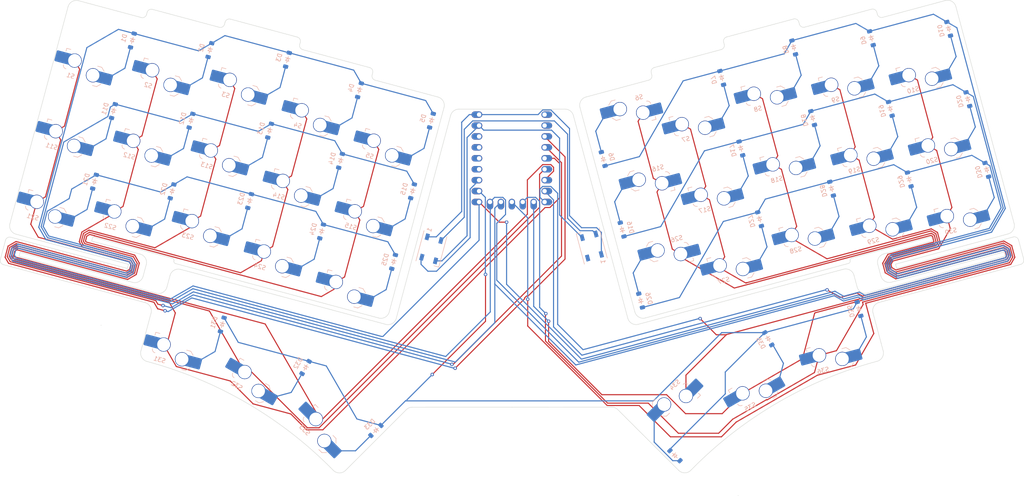
<source format=kicad_pcb>
(kicad_pcb (version 20221018) (generator pcbnew)
  (layers (0 "F.Cu" signal) (31 "B.Cu" signal) (34 "B.Paste" user) (35 "F.Paste" user) (36 "B.SilkS" user "B.Silkscreen") (37 "F.SilkS" user "F.Silkscreen") (38 "B.Mask" user) (39 "F.Mask" user) (44 "Edge.Cuts" user))
  (net 0 "")
  (net 1 "ROW 1")
  (net 2 "Net-(D1-A)")
  (net 3 "Net-(D2-A)")
  (net 4 "Net-(D3-A)")
  (net 5 "Net-(D4-A)")
  (net 6 "Net-(D5-A)")
  (net 7 "Net-(D6-A)")
  (net 8 "Net-(D7-A)")
  (net 9 "Net-(D8-A)")
  (net 10 "Net-(D9-A)")
  (net 11 "Net-(D10-A)")
  (net 12 "ROW 2")
  (net 13 "Net-(D11-A)")
  (net 14 "Net-(D12-A)")
  (net 15 "Net-(D13-A)")
  (net 16 "Net-(D14-A)")
  (net 17 "Net-(D15-A)")
  (net 18 "Net-(D16-A)")
  (net 19 "Net-(D17-A)")
  (net 20 "Net-(D18-A)")
  (net 21 "Net-(D19-A)")
  (net 22 "Net-(D20-A)")
  (net 23 "ROW 3")
  (net 24 "Net-(D21-A)")
  (net 25 "Net-(D22-A)")
  (net 26 "Net-(D23-A)")
  (net 27 "Net-(D24-A)")
  (net 28 "Net-(D25-A)")
  (net 29 "Net-(D26-A)")
  (net 30 "Net-(D27-A)")
  (net 31 "Net-(D28-A)")
  (net 32 "Net-(D29-A)")
  (net 33 "Net-(D30-A)")
  (net 34 "ROW 4")
  (net 35 "Net-(D31-A)")
  (net 36 "Net-(D32-A)")
  (net 37 "Net-(D33-A)")
  (net 38 "Net-(D34-A)")
  (net 39 "Net-(D35-A)")
  (net 40 "Net-(D36-A)")
  (net 41 "COL 1")
  (net 42 "COL 2")
  (net 43 "COL 3")
  (net 44 "COL 4")
  (net 45 "COL 5")
  (net 46 "COL 6")
  (net 47 "COL 7")
  (net 48 "COL 8")
  (net 49 "COL 9")
  (net 50 "COL 10")
  (net 51 "VCC")
  (net 55 "Net-(L1-DOUT)")
  (net 56 "GND")
  (net 57 "LED")
  (footprint "ScottoKeebs_MCU:RP2040_Zero" (layer "F.Cu") (at 151.479027 76.030223)
    (fp_text reference "U1" hide)
    (fp_text value "RP2040_Zero" hide)
  )
  (footprint "MountingHole:MountingHole_2.2mm_M2" (layer "F.Cu") (at 228.473447 104.867275)
    (fp_text reference "H2" hide)
    (fp_text value "MountingHole")
  )
  (footprint "MountingHole:MountingHole_2.2mm_M2" (layer "F.Cu") (at 176.727728 127.841021)
    (fp_text reference "H6" hide)
    (fp_text value "MountingHole")
  )
  (footprint "MountingHole:MountingHole_2.2mm_M2" (layer "F.Cu") (at 135.192037 86.855165)
    (fp_text reference "H5" hide)
    (fp_text value "MountingHole")
  )
  (footprint "MountingHole:MountingHole_2.2mm_M2" (layer "F.Cu") (at 74.352723 104.466025)
    (fp_text reference "H4" hide)
    (fp_text value "MountingHole")
  )
  (footprint "MountingHole:MountingHole_2.2mm_M2" (layer "F.Cu") (at 167.817037 86.855164)
    (fp_text reference "H1" hide)
    (fp_text value "MountingHole")
  )
  (footprint "MountingHole:MountingHole_2.2mm_M2" (layer "F.Cu") (at 126.102725 127.841025)
    (fp_text reference "H3" hide)
    (fp_text value "MountingHole")
  )
  (footprint "ScottoKeebs_Components:Diode_SOD-123" (layer "B.Cu") (at 123.986344 100.097999 -105)
    (fp_text reference "D25")
    (fp_text value "Diode")
  )
  (footprint "ScottoKeebs_Components:Diode_SOD-123" (layer "B.Cu") (at 72.473398 83.706951 -105)
    (fp_text reference "D22")
    (fp_text value "Diode")
  )
  (footprint "PCM_marbastlib-choc:SW_choc_v1_HS_1u" (layer "B.Cu") (at 182.540282 86.757893 15)
    (fp_text reference "S16")
    (fp_text value "Keyswitch" hide)
  )
  (footprint "PCM_marbastlib-choc:SW_choc_v1_HS_1u" (layer "B.Cu") (at 104.02668 78.961848 165)
    (fp_text reference "S14")
    (fp_text value "Keyswitch" hide)
  )
  (footprint "PCM_marbastlib-choc:SW_choc_v1_HS_1u" (layer "B.Cu") (at 234.064312 70.377678 -165)
    (fp_text reference "S19")
    (fp_text value "Keyswitch" hide)
  )
  (footprint "ScottoKeebs_Components:Diode_SOD-123" (layer "B.Cu") (at 63.239538 48.621543 -105)
    (fp_text reference "D1")
    (fp_text value "Diode")
  )
  (footprint "ScottoKeebs_Components:Diode_SOD-123" (layer "B.Cu") (at 239.484333 64.525456 -75)
    (fp_text reference "D19")
    (fp_text value "Diode")
  )
  (footprint "PCM_marbastlib-choc:SW_choc_v1_HS_1u" (layer "B.Cu") (at 125.166219 69.614673 165)
    (fp_text reference "S5")
    (fp_text value "Keyswitch" hide)
  )
  (footprint "PCM_marbastlib-choc:SW_choc_v1_HS_1u" (layer "B.Cu") (at 229.59874 54.016173 -165)
    (fp_text reference "S9")
    (fp_text value "Keyswitch" hide)
  )
  (footprint "PCM_marbastlib-choc:SW_choc_v1_HS_1u" (layer "B.Cu") (at 112.089937 137.541124 135)
    (fp_text reference "S33")
    (fp_text value "Keyswitch" hide)
  )
  (footprint "ScottoKeebs_Components:Diode_SOD-123" (layer "B.Cu") (at 243.884258 80.946198 -75)
    (fp_text reference "D29")
    (fp_text value "Diode")
  )
  (footprint "PCM_marbastlib-choc:SW_choc_v1_HS_1u" (layer "B.Cu") (at 95.554018 124.977365 150)
    (fp_text reference "S32")
    (fp_text value "Keyswitch" hide)
  )
  (footprint "ScottoKeebs_Components:Diode_SOD-123" (layer "B.Cu") (at 90.507114 85.950882 -105)
    (fp_text reference "D23")
    (fp_text value "Diode")
  )
  (footprint "ScottoKeebs_Components:Diode_SOD-123" (layer "B.Cu") (at 221.424739 66.672791 -75)
    (fp_text reference "D18")
    (fp_text value "Diode")
  )
  (footprint "PCM_marbastlib-choc:SW_choc_v1_HS_1u" (layer "B.Cu") (at 178.141062 70.335106 15)
    (fp_text reference "S6")
    (fp_text value "Keyswitch" hide)
  )
  (footprint "PCM_marbastlib-choc:SW_choc_v1_HS_1u" (layer "B.Cu") (at 120.766292 86.035412 165)
    (fp_text reference "S15")
    (fp_text value "Keyswitch" hide)
  )
  (footprint "ScottoKeebs_Components:Diode_SOD-123" (layer "B.Cu") (at 211.096234 117.992078 -60)
    (fp_text reference "D35")
    (fp_text value "Diode")
  )
  (footprint "PCM_marbastlib-choc:SW_choc_v1_HS_1u" (layer "B.Cu") (at 76.316423 117.006711 165)
    (fp_text reference "S31")
    (fp_text value "Keyswitch" hide)
  )
  (footprint "PCM_marbastlib-choc:SW_choc_v1_HS_1u" (layer "B.Cu") (at 55.619556 50.979699 165)
    (fp_text reference "S1")
    (fp_text value "Keyswitch" hide)
  )
  (footprint "PCM_marbastlib-choc:SW_choc_v1_HS_1u" (layer "B.Cu") (at 238.464244 86.798415 -165)
    (fp_text reference "S29")
    (fp_text value "Keyswitch" hide)
  )
  (footprint "PCM_marbastlib-choc:SW_choc_v1_HS_1u" (layer "B.Cu") (at 194.865173 63.177823 -165)
    (fp_text reference "S7")
    (fp_text value "Keyswitch" hide)
  )
  (footprint "PCM_marbastlib-choc:SW_choc_v1_HS_1u" (layer "B.Cu") (at 91.686972 55.467563 165)
    (fp_text reference "S3")
    (fp_text value "Keyswitch" hide)
  )
  (footprint "ScottoKeebs_Components:Diode_SOD-123" (layer "B.Cu") (at 111.646648 76.603696 -105)
    (fp_text reference "D14")
    (fp_text value "Diode")
  )
  (footprint "PCM_marbastlib-choc:SW_choc_v1_HS_1u" (layer "B.Cu") (at 64.853419 86.065115 165)
    (fp_text reference "S22")
    (fp_text value "Keyswitch" hide)
  )
  (footprint "PCM_marbastlib-choc:SW_choc_v1_HS_1u" (layer "B.Cu") (at 191.082322 137.480207 45)
    (fp_text reference "S34")
    (fp_text value "Keyswitch" hide)
  )
  (footprint "PCM_marbastlib-choc:SW_choc_v1_HS_1u" (layer "B.Cu") (at 207.579013 124.930211 -150)
    (fp_text reference "S35")
    (fp_text value "Keyswitch" hide)
  )
  (footprint "ScottoKeebs_Components:Diode_SOD-123" (layer "B.Cu") (at 232.199035 111.07801 -75)
    (fp_text reference "D36")
    (fp_text value "Diode")
  )
  (footprint "PCM_marbastlib-choc:SW_choc_v1_HS_1u" (layer "B.Cu") (at 211.604803 56.104261 -165)
    (fp_text reference "S8")
    (fp_text value "Keyswitch" hide)
  )
  (footprint "PCM_marbastlib-choc:SW_choc_v1_HS_1u" (layer "B.Cu") (at 220.404655 88.94574 -165)
    (fp_text reference "S28")
    (fp_text value "Keyswitch" hide)
  )
  (footprint "ScottoKeebs_Components:Diode_SOD-123" (layer "B.Cu") (at 54.439693 81.463032 -105)
    (fp_text reference "D21")
    (fp_text value "Diode")
  )
  (footprint "PCM_marbastlib-choc:SW_choc_v1_HS_1u" (layer "B.Cu") (at 252.098029 68.133738 -165)
    (fp_text reference "S20")
    (fp_text value "Keyswitch" hide)
  )
  (footprint "ScottoKeebs_Components:Diode_SOD-123" (layer "B.Cu") (at 132.7862 67.256522 -105)
    (fp_text reference "D5")
    (fp_text value "Diode")
  )
  (footprint "PCM_marbastlib-choc:SW_choc_v1_HS_1u" (layer "B.Cu") (at 226.779017 116.930216 -165)
    (fp_text reference "S36")
    (fp_text value "Keyswitch" hide)
  )
  (footprint "ScottoKeebs_Components:Diode_SOD-123" (layer "B.Cu") (at 209.085042 90.167086 -75)
    (fp_text reference "D27")
    (fp_text value "Diode")
  )
  (footprint "ScottoKeebs_Components:Diode_SOD-123" (layer "B.Cu") (at 76.873324 67.286214 -105)
    (fp_text reference "D12")
    (fp_text value "Diode")
  )
  (footprint "ScottoKeebs_Components:Diode_SOD-123" (layer "B.Cu") (at 99.306955 53.109395 -105)
    (fp_text reference "D3")
    (fp_text value "Diode")
  )
  (footprint "PCM_marbastlib-choc:SW_choc_v1_HS_1u" (layer "B.Cu") (at 247.632451 51.772256 -165)
    (fp_text reference "S10")
    (fp_text value "Keyswitch" hide)
  )
  (footprint "LED_SMD:LED_WS2812B_PLCC4_5.0x5.0mm_P3.2mm" (layer "B.Cu") (at 132.77671 97.086235 -105)
    (fp_text reference "L1" hide)
    (fp_text value "WS2812B")
  )
  (footprint "ScottoKeebs_Components:Diode_SOD-123" (layer "B.Cu") (at 128.38626 83.677258 -105)
    (fp_text reference "D15")
    (fp_text value "Diode")
  )
  (footprint "PCM_marbastlib-choc:SW_choc_v1_HS_1u" (layer "B.Cu") (at 256.497953 84.554481 -165)
    (fp_text reference "S30")
    (fp_text value "Keyswitch" hide)
  )
  (footprint "ScottoKeebs_Components:Diode_SOD-123" (layer "B.Cu") (at 58.839615 65.042294 -105)
    (fp_text reference "D11")
    (fp_text value "Diode")
  )
  (footprint "ScottoKeebs_Components:Diode_SOD-123" (layer "B.Cu") (at 119.868095 139.308889 -135)
    (fp_text reference "D33")
    (fp_text value "Diode")
  )
  (footprint "ScottoKeebs_Components:Diode_SOD-123" (layer "B.Cu") (at 235.084409 48.104713 -75)
    (fp_text reference "D9")
    (fp_text value "Diode")
  )
  (footprint "ScottoKeebs_Components:Diode_SOD-123" (layer "B.Cu") (at 116.046578 60.182963 -105)
    (fp_text reference "D4")
    (fp_text value "Diode")
  )
  (footprint "PCM_marbastlib-choc:SW_choc_v1_HS_1u" (layer "B.Cu") (at 116.366369 102.456148 165)
    (fp_text reference "S25" hide)
    (fp_text value "Keyswitch" hide)
  )
  (footprint "PCM_marbastlib-choc:SW_choc_v1_HS_1u" (layer "B.Cu") (at 69.253344 69.644369 165)
    (fp_text reference "S12")
    (fp_text value "Keyswitch" hide)
  )
  (footprint "PCM_marbastlib-choc:SW_choc_v1_HS_1u" (layer "B.Cu") (at 203.665028 96.019302 -165)
    (fp_text reference "S27")
    (fp_text value "Keyswitch" hide)
  )
  (footprint "ScottoKeebs_Components:Diode_SOD-123" (layer "B.Cu") (at 81.273251 50.865474 -105)
    (fp_text reference "D2")
    (fp_text value "Diode")
  )
  (footprint "PCM_marbastlib-choc:SW_choc_v1_HS_1u" (layer "B.Cu") (at 51.219635 67.400438 165)
    (fp_text reference "S11")
    (fp_text value "Keyswitch" hide)
  )
  (footprint "PCM_marbastlib-choc:SW_choc_v1_HS_1u" (layer "B.Cu") (at 99.626751 95.382589 165)
    (fp_text reference "S24")
    (fp_text value "Keyswitch" hide)
  )
  (footprint "ScottoKeebs_Components:Diode_SOD-123" (layer "B.Cu") (at 253.052467 45.920035 -75)
    (fp_text reference "D10")
    (fp_text value "Diode")
  )
  (footprint "PCM_marbastlib-choc:SW_choc_v1_HS_1u" (layer "B.Cu") (at 87.28706 71.888301 165)
    (fp_text reference "S13")
    (fp_text value "Keyswitch" hide)
  )
  (footprint "ScottoKeebs_Components:Diode_SOD-123" (layer "B.Cu") (at 225.824663 83.093539 -75)
    (fp_text reference "D28")
    (fp_text value "Diode")
  )
  (footprint "ScottoKeebs_Components:Diode_SOD-123" (layer "B.Cu") (at 200.285194 57.325612 -75)
    (fp_text reference "D7")
    (fp_text value "Diode")
  )
  (footprint "ScottoKeebs_Components:Diode_SOD-123" (layer "B.Cu") (at 84.146512 114.704845 -105)
    (fp_text reference "D31")
    (fp_text value "Diode")
  )
  (footprint "PCM_marbastlib-choc:SW_choc_v1_HS_1u" (layer "B.Cu") (at 199.265104 79.598558 -165)
    (fp_text reference "S17")
    (fp_text value "Keyswitch" hide)
  )
  (footprint "PCM_marbastlib-choc:SW_choc_v1_HS_1u" (layer "B.Cu") (at 186.905154 103.208492 15)
    (fp_text reference "S26")
    (fp_text value "Keyswitch" hide)
  )
  (footprint "ScottoKeebs_Components:Diode_SOD-123" (layer "B.Cu") (at 103.524688 124.671761 -120)
    (fp_text reference "D32")
    (fp_text value "Diode")
  )
  (footprint "ScottoKeebs_Components:Diode_SOD-123" (layer "B.Cu") (at 189.403103 145.169848 -45)
    (fp_text reference "D34" hide)
    (fp_text value "Diode")
  )
  (footprint "ScottoKeebs_Components:Diode_SOD-123" (layer "B.Cu") (at 257.518054 62.281526 -75)
    (fp_text reference "D20")
    (fp_text value "Diode")
  )
  (footprint "PCM_marbastlib-choc:SW_choc_v1_HS_1u" (layer "B.Cu") (at 73.65327 53.223629 165)
    (fp_text reference "S2")
    (fp_text value "Keyswitch" hide)
  )
  (footprint "PCM_marbastlib-choc:SW_choc_v1_HS_1u" (layer "B.Cu") (at 82.887137 88.309028 165)
    (fp_text reference "S23")
    (fp_text value "Keyswitch" hide)
  )
  (footprint "ScottoKeebs_Components:Diode_SOD-123" (layer "B.Cu") (at 181.419483 109.119959 105)
    (fp_text reference "D26")
    (fp_text value "Diode")
  )
  (footprint "PCM_marbastlib-choc:SW_choc_v1_HS_1u" (layer "B.Cu") (at 216.00472 72.525005 -165)
    (fp_text reference "S18")
    (fp_text value "Keyswitch" hide)
  )
  (footprint "PCM_marbastlib-choc:SW_choc_v1_HS_1u" (layer "B.Cu") (at 46.81971 83.82118 165)
    (fp_text reference "S21")
    (fp_text value "Keyswitch" hide)
  )
  (footprint "ScottoKeebs_Components:Diode_SOD-123" (layer "B.Cu") (at 217.024813 50.252055 -75)
    (fp_text reference "D8")
    (fp_text value "Diode")
  )
  (footprint "ScottoKeebs_Components:Diode_SOD-123" (layer "B.Cu") (at 204.737623 73.732279 -75)
    (fp_text reference "D17")
    (fp_text value "Diode")
  )
  (footprint "LED_SMD:LED_WS2812B_PLCC4_5.0x5.0mm_P3.2mm" (layer "B.Cu") (at 170.067037 96.417664 105)
    (fp_text reference "L2" hide)
    (fp_text value "WS2812B")
  )
  (footprint "ScottoKeebs_Components:Diode_SOD-123" (layer "B.Cu") (at 261.917967 78.70226 -75)
    (fp_text reference "D30")
    (fp_text value "Diode")
  )
  (footprint "ScottoKeebs_Components:Diode_SOD-123" (layer "B.Cu") (at 177.12026 92.61011 105)
    (fp_text reference "D16")
    (fp_text value "Diode")
  )
  (footprint "ScottoKeebs_Components:Diode_SOD-123" (layer "B.Cu") (at 172.721041 76.187319 105)
    (fp_text reference "D6")
    (fp_text value "Diode")
  )
  (footprint "ScottoKeebs_Components:Diode_SOD-123" (layer "B.Cu") (at 107.24674 93.024442 -105)
    (fp_text reference "D24")
    (fp_text value "Diode")
  )
  (footprint "ScottoKeebs_Components:Diode_SOD-123" (layer "B.Cu") (at 95.151753 69.595713 -105)
    (fp_text reference "D13")
    (fp_text value "Diode")
  )
  (footprint "PCM_marbastlib-choc:SW_choc_v1_HS_1u" (layer "B.Cu") (at 108.426596 62.541115 165)
    (fp_text reference "S4")
    (fp_text value "Keyswitch" hide)
  )
  (gr_line (start 216.985861 43.640252) (end 201.436492 47.814831) (stroke (width 0.1)) (layer "Edge.Cuts"))
  (gr_line (start 66.177677 109.579334) (end 33.258213 100.758592) (stroke (width 0.1)) (layer "Edge.Cuts"))
  (gr_line (start 55.96183 114.852707) (end 55.96249 114.851557) (stroke (width 0.1)) (layer "Edge.Cuts"))
  (gr_line (start 174.707104 133.886848) (end 151.530692 133.892509) (stroke (width 0.1)) (layer "Edge.Cuts"))
  (gr_line (start 139.173085 64.597871) (end 163.854458 64.591842) (stroke (width 0.1)) (layer "Edge.Cuts"))
  (gr_line (start 54.033207 94.317403) (end 72.560759 99.281848) (stroke (width 0.1)) (layer "Edge.Cuts"))
  (gr_line (start 254.728629 40.75523) (end 268.263585 91.16987) (stroke (width 0.1)) (layer "Edge.Cuts"))
  (gr_line (start 200.729982 49.039922) (end 200.859627 49.522823) (stroke (width 0.1)) (layer "Edge.Cuts"))
  (gr_line (start 62.3494 100.685453) (end 62.090584 101.651379) (stroke (width 0.1)) (layer "Edge.Cuts"))
  (gr_line (start 231.763647 105.939084) (end 231.037946 103.236015) (stroke (width 0.1)) (layer "Edge.Cuts"))
  (gr_arc (start 73.268209 100.50531) (mid 72.964637 100.272344) (end 72.914658 99.892937) (stroke (width 0.1)) (layer "Edge.Cuts"))
  (gr_line (start 237.348891 119.027967) (end 235.458809 111.987833) (stroke (width 0.1)) (layer "Edge.Cuts"))
  (gr_arc (start 268.263585 91.16987) (mid 268.064547 92.687626) (end 266.850565 93.62005) (stroke (width 0.1)) (layer "Edge.Cuts"))
  (gr_line (start 48.287283 40.805641) (end 34.776952 91.226885) (stroke (width 0.1)) (layer "Edge.Cuts"))
  (gr_arc (start 84.806712 44.379334) (mid 85.272645 43.77216) (end 86.031455 43.672227) (stroke (width 0.1)) (layer "Edge.Cuts"))
  (gr_arc (start 66.676407 42.109526) (mid 67.142324 41.502294) (end 67.901151 41.402418) (stroke (width 0.1)) (layer "Edge.Cuts"))
  (gr_line (start 227.845261 100.985673) (end 182.531053 113.151303) (stroke (width 0.1)) (layer "Edge.Cuts"))
  (gr_line (start 190.261584 148.584077) (end 176.120388 134.471218) (stroke (width 0.1)) (layer "Edge.Cuts"))
  (gr_line (start 204.098849 154.507133) (end 204.098848 154.50647) (stroke (width 0.1)) (layer "Edge.Cuts"))
  (gr_line (start 65.705244 119.069877) (end 65.235713 120.822195) (stroke (width 0.1)) (layer "Edge.Cuts"))
  (gr_arc (start 33.258213 100.758592) (mid 32.65101 100.292665) (end 32.551107 99.533847) (stroke (width 0.1)) (layer "Edge.Cuts"))
  (gr_line (start 252.278449 39.342213) (end 237.69488 43.257503) (stroke (width 0.1)) (layer "Edge.Cuts"))
  (gr_arc (start 235.458809 111.987833) (mid 235.657892 110.470122) (end 236.871825 109.537653) (stroke (width 0.1)) (layer "Edge.Cuts"))
  (gr_line (start 269.300745 95.033067) (end 270.493484 99.475745) (stroke (width 0.1)) (layer "Edge.Cuts"))
  (gr_line (start 183.320379 57.855572) (end 168.73681 61.770864) (stroke (width 0.1)) (layer "Edge.Cuts"))
  (gr_arc (start 183.89724 56.147583) (mid 183.996773 55.38872) (end 184.60375 54.922494) (stroke (width 0.1)) (layer "Edge.Cuts"))
  (gr_arc (start 228.587765 101.822998) (mid 230.105489 102.022067) (end 231.037946 103.236015) (stroke (width 0.1)) (layer "Edge.Cuts"))
  (gr_line (start 72.914658 99.892937) (end 72.914313 99.89422) (stroke (width 0.1)) (layer "Edge.Cuts"))
  (gr_arc (start 65.05771 98.305313) (mid 66.272127 99.237164) (end 66.471923 100.754803) (stroke (width 0.1)) (layer "Edge.Cuts"))
  (gr_line (start 124.608544 113.227889) (end 137.241722 66.08023) (stroke (width 0.1)) (layer "Edge.Cuts"))
  (gr_line (start 36.191164 93.676373) (end 62.3494 100.685453) (stroke (width 0.1)) (layer "Edge.Cuts"))
  (gr_line (start 55.96249 114.851557) (end 55.962161 114.852132) (stroke (width 0.1)) (layer "Edge.Cuts"))
  (gr_arc (start 124.608544 113.227889) (mid 123.6767 114.44231) (end 122.159054 114.642104) (stroke (width 0.1)) (layer "Edge.Cuts"))
  (gr_line (start 119.126179 56.163398) (end 118.99677 56.64636) (stroke (width 0.1)) (layer "Edge.Cuts"))
  (gr_arc (start 237.81928 120.780052) (mid 237.6202 122.297759) (end 236.40626 123.230232) (stroke (width 0.1)) (layer "Edge.Cuts"))
  (gr_line (start 65.705244 119.069877) (end 67.591888 112.028823) (stroke (width 0.1)) (layer "Edge.Cuts"))
  (gr_arc (start 219.565685 45.536168) (mid 218.806842 45.43662) (end 218.340593 44.829659) (stroke (width 0.1)) (layer "Edge.Cuts"))
  (gr_arc (start 234.213826 107.352102) (mid 232.696078 107.153052) (end 231.763647 105.939084) (stroke (width 0.1)) (layer "Edge.Cuts"))
  (gr_line (start 167.323792 64.221043) (end 180.080873 111.738283) (stroke (width 0.1)) (layer "Edge.Cuts"))
  (gr_line (start 204.098848 154.50647) (end 204.098847 154.505806) (stroke (width 0.1)) (layer "Edge.Cuts"))
  (gr_arc (start 48.287283 40.805641) (mid 49.219138 39.591241) (end 50.736773 39.391429) (stroke (width 0.1)) (layer "Edge.Cuts"))
  (gr_arc (start 122.969698 111.75223) (mid 122.037846 112.966655) (end 120.520206 113.166443) (stroke (width 0.1)) (layer "Edge.Cuts"))
  (gr_arc (start 235.115053 41.361586) (mid 235.873913 41.461124) (end 236.340144 42.068095) (stroke (width 0.1)) (layer "Edge.Cuts"))
  (gr_line (start 71.284097 105.978271) (end 72.008477 103.274847) (stroke (width 0.1)) (layer "Edge.Cuts"))
  (gr_line (start 63.297742 104.873608) (end 37.139634 97.864565) (stroke (width 0.1)) (layer "Edge.Cuts"))
  (gr_arc (start 200.859627 49.522823) (mid 200.760088 50.28168) (end 200.153119 50.74791) (stroke (width 0.1)) (layer "Edge.Cuts"))
  (gr_arc (start 66.649925 123.271685) (mid 65.43551 122.339834) (end 65.235713 120.822195) (stroke (width 0.1)) (layer "Edge.Cuts"))
  (gr_line (start 240.695753 100.641902) (end 240.955045 101.607702) (stroke (width 0.1)) (layer "Edge.Cuts"))
  (gr_line (start 200.153119 50.74791) (end 184.60375 54.922494) (stroke (width 0.1)) (layer "Edge.Cuts"))
  (gr_line (start 54.033207 94.317403) (end 53.774732 95.282048) (stroke (width 0.1)) (layer "Edge.Cuts"))
  (gr_line (start 33.741675 95.090587) (end 32.551107 99.533847) (stroke (width 0.1)) (layer "Edge.Cuts"))
  (gr_line (start 36.880814 98.830492) (end 68.834607 107.392482) (stroke (width 0.1)) (layer "Edge.Cuts"))
  (gr_line (start 119.703878 57.871106) (end 134.289357 61.779274) (stroke (width 0.1)) (layer "Edge.Cuts"))
  (gr_line (start 230.130113 99.854546) (end 230.130459 99.855831) (stroke (width 0.1)) (layer "Edge.Cuts"))
  (gr_line (start 236.871825 109.537653) (end 269.786973 100.700834) (stroke (width 0.1)) (layer "Edge.Cuts"))
  (gr_line (start 218.340593 44.829659) (end 218.210949 44.346759) (stroke (width 0.1)) (layer "Edge.Cuts"))
  (gr_line (start 112.806982 148.602991) (end 126.941285 134.483225) (stroke (width 0.1)) (layer "Edge.Cuts"))
  (gr_arc (start 84.677303 44.862297) (mid 84.211381 45.46954) (end 83.452558 45.569404) (stroke (width 0.1)) (layer "Edge.Cuts"))
  (gr_arc (start 252.278449 39.342213) (mid 253.796179 39.541275) (end 254.728629 40.75523) (stroke (width 0.1)) (layer "Edge.Cuts"))
  (gr_line (start 109.271814 147.894064) (end 109.978555 148.601535) (stroke (width 0.1)) (layer "Edge.Cuts"))
  (gr_line (start 66.546996 42.592487) (end 66.676407 42.109526) (stroke (width 0.1)) (layer "Edge.Cuts"))
  (gr_arc (start 134.289357 61.779274) (mid 135.503759 62.711124) (end 135.70357 64.228763) (stroke (width 0.1)) (layer "Edge.Cuts"))
  (gr_arc (start 112.806982 148.602991) (mid 111.392476 149.188041) (end 109.978555 148.601535) (stroke (width 0.1)) (layer "Edge.Cuts"))
  (gr_arc (start 137.241722 66.08023) (mid 137.955867 65.011341) (end 139.173085 64.597871) (stroke (width 0.1)) (layer "Edge.Cuts"))
  (gr_arc (start 163.854458 64.591842) (mid 165.071868 65.004701) (end 165.786543 66.073261) (stroke (width 0.1)) (layer "Edge.Cuts"))
  (gr_arc (start 237.69488 43.257503) (mid 236.936035 43.157953) (end 236.469788 42.550996) (stroke (width 0.1)) (layer "Edge.Cuts"))
  (gr_line (start 249.008839 94.269794) (end 249.267785 95.234313) (stroke (width 0.1)) (layer "Edge.Cuts"))
  (gr_line (start 84.677303 44.862297) (end 84.806712 44.379334) (stroke (width 0.1)) (layer "Edge.Cuts"))
  (gr_arc (start 268.075656 94.326558) (mid 268.834519 94.426098) (end 269.300745 95.033067) (stroke (width 0.1)) (layer "Edge.Cuts"))
  (gr_line (start 228.587765 101.822998) (end 180.892925 114.627761) (stroke (width 0.1)) (layer "Edge.Cuts"))
  (gr_line (start 67.901151 41.402418) (end 83.452558 45.569404) (stroke (width 0.1)) (layer "Edge.Cuts"))
  (gr_arc (start 193.090007 148.581239) (mid 191.676369 149.168493) (end 190.261584 148.584077) (stroke (width 0.1)) (layer "Edge.Cuts"))
  (gr_arc (start 71.284097 105.978271) (mid 70.352239 107.192672) (end 68.834607 107.392482) (stroke (width 0.1)) (layer "Edge.Cuts"))
  (gr_line (start 55.962161 114.852132) (end 55.96183 114.852707) (stroke (width 0.1)) (layer "Edge.Cuts"))
  (gr_line (start 62.090584 101.651379) (end 34.966419 94.383479) (stroke (width 0.1)) (layer "Edge.Cuts"))
  (gr_arc (start 230.130459 99.855831) (mid 230.18023 99.476409) (end 230.483712 99.243284) (stroke (width 0.1)) (layer "Edge.Cuts"))
  (gr_line (start 249.008839 94.269794) (end 230.483712 99.243284) (stroke (width 0.1)) (layer "Edge.Cuts"))
  (gr_arc (start 239.74946 104.830523) (mid 238.231748 104.631438) (end 237.299281 103.417504) (stroke (width 0.1)) (layer "Edge.Cuts"))
  (gr_line (start 128.354281 133.898169) (end 151.530692 133.892509) (stroke (width 0.1)) (layer "Edge.Cuts"))
  (gr_line (start 75.200063 101.022949) (end 73.268209 100.50531) (stroke (width 0.1)) (layer "Edge.Cuts"))
  (gr_arc (start 200.729982 49.039922) (mid 200.829493 48.281025) (end 201.436492 47.814831) (stroke (width 0.1)) (layer "Edge.Cuts"))
  (gr_arc (start 216.985861 43.640252) (mid 217.744722 43.739793) (end 218.210949 44.346759) (stroke (width 0.1)) (layer "Edge.Cuts"))
  (gr_arc (start 193.796406 147.873426) (mid 213.477553 132.744196) (end 236.40626 123.230232) (stroke (width 0.1)) (layer "Edge.Cuts"))
  (gr_line (start 50.736773 39.391429) (end 65.322253 43.299595) (stroke (width 0.1)) (layer "Edge.Cuts"))
  (gr_line (start 227.845261 100.985673) (end 229.77686 100.467093) (stroke (width 0.1)) (layer "Edge.Cuts"))
  (gr_arc (start 230.130113 99.854546) (mid 230.08035 100.233979) (end 229.77686 100.467093) (stroke (width 0.1)) (layer "Edge.Cuts"))
  (gr_line (start 193.796406 147.873426) (end 193.090007 148.581239) (stroke (width 0.1)) (layer "Edge.Cuts"))
  (gr_line (start 74.457968 101.860636) (end 122.159054 114.642104) (stroke (width 0.1)) (layer "Edge.Cuts"))
  (gr_line (start 66.471923 100.754803) (end 65.74723 103.459395) (stroke (width 0.1)) (layer "Edge.Cuts"))
  (gr_arc (start 33.741675 95.090587) (mid 34.207599 94.483363) (end 34.966419 94.383479) (stroke (width 0.1)) (layer "Edge.Cuts"))
  (gr_arc (start 270.493484 99.475745) (mid 270.393931 100.234581) (end 269.786973 100.700834) (stroke (width 0.1)) (layer "Edge.Cuts"))
  (gr_arc (start 72.008477 103.274847) (mid 72.940332 102.060441) (end 74.457968 101.860636) (stroke (width 0.1)) (layer "Edge.Cuts"))
  (gr_arc (start 167.323792 64.221043) (mid 167.522869 62.70332) (end 168.73681 61.770864) (stroke (width 0.1)) (layer "Edge.Cuts"))
  (gr_line (start 266.163432 98.774505) (end 234.213826 107.352102) (stroke (width 0.1)) (layer "Edge.Cuts"))
  (gr_arc (start 101.582861 47.839215) (mid 102.190035 48.305144) (end 102.289968 49.06396) (stroke (width 0.1)) (layer "Edge.Cuts"))
  (gr_arc (start 180.892925 114.627761) (mid 179.375186 114.42871) (end 178.442746 113.214745) (stroke (width 0.1)) (layer "Edge.Cuts"))
  (gr_line (start 86.031455 43.672227) (end 101.582861 47.839215) (stroke (width 0.1)) (layer "Edge.Cuts"))
  (gr_line (start 102.289968 49.06396) (end 102.16056 49.546922) (stroke (width 0.1)) (layer "Edge.Cuts"))
  (gr_arc (start 66.546996 42.592487) (mid 66.081076 43.199731) (end 65.322253 43.299595) (stroke (width 0.1)) (layer "Edge.Cuts"))
  (gr_arc (start 236.573265 100.713266) (mid 236.772331 99.195543) (end 237.986282 98.263085) (stroke (width 0.1)) (layer "Edge.Cuts"))
  (gr_arc (start 118.419072 54.938653) (mid 119.026271 55.404583) (end 119.126179 56.163398) (stroke (width 0.1)) (layer "Edge.Cuts"))
  (gr_line (start 183.89724 56.147583) (end 184.026887 56.630483) (stroke (width 0.1)) (layer "Edge.Cuts"))
  (gr_line (start 37.139634 97.864565) (end 36.880814 98.830492) (stroke (width 0.1)) (layer "Edge.Cuts"))
  (gr_arc (start 66.649925 123.271685) (mid 89.583279 132.774448) (end 109.271814 147.894064) (stroke (width 0.1)) (layer "Edge.Cuts"))
  (gr_line (start 235.115053 41.361586) (end 219.565685 45.536168) (stroke (width 0.1)) (layer "Edge.Cuts"))
  (gr_arc (start 184.026887 56.630483) (mid 183.927368 57.389356) (end 183.320379 57.855572) (stroke (width 0.1)) (layer "Edge.Cuts"))
  (gr_arc (start 119.703878 57.871106) (mid 119.096698 57.405174) (end 118.99677 56.64636) (stroke (width 0.1)) (layer "Edge.Cuts"))
  (gr_line (start 204.098847 154.505806) (end 204.098849 154.507133) (stroke (width 0.1)) (layer "Edge.Cuts"))
  (gr_line (start 265.904142 97.808703) (end 266.163432 98.774505) (stroke (width 0.1)) (layer "Edge.Cuts"))
  (gr_arc (start 102.867667 50.771669) (mid 102.260459 50.305736) (end 102.16056 49.546922) (stroke (width 0.1)) (layer "Edge.Cuts"))
  (gr_arc (start 126.941285 134.483225) (mid 127.589657 134.050324) (end 128.354281 133.898169) (stroke (width 0.1)) (layer "Edge.Cuts"))
  (gr_arc (start 174.707104 133.886848) (mid 175.471818 134.038598) (end 176.120388 134.471218) (stroke (width 0.1)) (layer "Edge.Cuts"))
  (gr_line (start 102.867667 50.771669) (end 118.419072 54.938653) (stroke (width 0.1)) (layer "Edge.Cuts"))
  (gr_line (start 237.348891 119.027967) (end 237.81928 120.780052) (stroke (width 0.1)) (layer "Edge.Cuts"))
  (gr_line (start 236.573265 100.713266) (end 237.299281 103.417504) (stroke (width 0.1)) (layer "Edge.Cuts"))
  (gr_line (start 135.70357 64.228763) (end 122.969698 111.75223) (stroke (width 0.1)) (layer "Edge.Cuts"))
  (gr_line (start 178.442746 113.214745) (end 165.786543 66.073261) (stroke (width 0.1)) (layer "Edge.Cuts"))
  (gr_line (start 239.74946 104.830523) (end 265.904142 97.808703) (stroke (width 0.1)) (layer "Edge.Cuts"))
  (gr_line (start 236.469788 42.550996) (end 236.340144 42.068095) (stroke (width 0.1)) (layer "Edge.Cuts"))
  (gr_line (start 75.200063 101.022949) (end 120.520206 113.166443) (stroke (width 0.1)) (layer "Edge.Cuts"))
  (gr_arc (start 65.74723 103.459395) (mid 64.815385 104.673804) (end 63.297742 104.873608) (stroke (width 0.1)) (layer "Edge.Cuts"))
  (gr_arc (start 182.531053 113.151303) (mid 181.013289 112.952266) (end 180.080873 111.738283) (stroke (width 0.1)) (layer "Edge.Cuts"))
  (gr_line (start 65.05771 98.305313) (end 53.774732 95.282048) (stroke (width 0.1)) (layer "Edge.Cuts"))
  (gr_arc (start 72.560759 99.281848) (mid 72.86434 99.514815) (end 72.914313 99.89422) (stroke (width 0.1)) (layer "Edge.Cuts"))
  (gr_line (start 266.850565 93.62005) (end 240.695753 100.641902) (stroke (width 0.1)) (layer "Edge.Cuts"))
  (gr_arc (start 36.191164 93.676373) (mid 34.976756 92.744521) (end 34.776952 91.226885) (stroke (width 0.1)) (layer "Edge.Cuts"))
  (gr_line (start 237.986282 98.263085) (end 249.267785 95.234313) (stroke (width 0.1)) (layer "Edge.Cuts"))
  (gr_arc (start 66.177677 109.579334) (mid 67.392089 110.511187) (end 67.591888 112.028823) (stroke (width 0.1)) (layer "Edge.Cuts"))
  (gr_line (start 240.955045 101.607702) (end 268.075656 94.326558) (stroke (width 0.1)) (layer "Edge.Cuts"))
  (segment (start 166.352071 124.086859) (end 166.350682 124.089265) (width 0.25) (layer "B.Cu") (net 1))
  (segment (start 249.514272 42.53004) (end 252.625414 44.326257) (width 0.25) (layer "B.Cu") (net 1))
  (segment (start 114.705854 55.527313) (end 84.762168 47.503927) (width 0.25) (layer "B.Cu") (net 1))
  (segment (start 214.829997 51.72014) (end 216.597763 48.658278) (width 0.25) (layer "B.Cu") (net 1))
  (segment (start 60.011048 46.048266) (end 52.674202 50.284199) (width 0.25) (layer "B.Cu") (net 1))
  (segment (start 263.036686 93.203559) (end 240.184198 99.326863) (width 0.25) (layer "B.Cu") (net 1))
  (segment (start 35.456616 99.943007) (end 72.578005 109.889653) (width 0.25) (layer "B.Cu") (net 1))
  (segment (start 35.280079 96.738107) (end 34.749508 98.71826) (width 0.25) (layer "B.Cu") (net 1))
  (segment (start 147.51951 114.24147) (end 147.519519 105.258105) (width 0.25) (layer "B.Cu") (net 1))
  (segment (start 266.793479 99.935624) (end 234.388796 108.618425) (width 0.25) (layer "B.Cu") (net 1))
  (segment (start 148.939018 86.190217) (end 147.519513 87.609717) (width 0.25) (layer "B.Cu") (net 1))
  (segment (start 231.473027 44.672462) (end 234.65736 46.510938) (width 0.25) (layer "B.Cu") (net 1))
  (segment (start 233.165118 108.950205) (end 232.033299 108.296749) (width 0.25) (layer "B.Cu") (net 1))
  (segment (start 226.439106 107.98659) (end 166.352071 124.086859) (width 0.25) (layer "B.Cu") (net 1))
  (segment (start 181.143367 75.638771) (end 191.315017 58.02096) (width 0.25) (layer "B.Cu") (net 1))
  (segment (start 61.750624 102.717952) (end 36.596689 95.977979) (width 0.25) (layer "B.Cu") (net 1))
  (segment (start 234.65736 46.510938) (end 249.514272 42.53004) (width 0.25) (layer "B.Cu") (net 1))
  (segment (start 267.106969 97.136758) (end 267.519823 98.677551) (width 0.25) (layer "B.Cu") (net 1))
  (segment (start 228.57932 109.22224) (end 226.439106 107.98659) (width 0.25) (layer "B.Cu") (net 1))
  (segment (start 36.596689 95.977979) (end 35.280079 96.738107) (width 0.25) (layer "B.Cu") (net 1))
  (segment (start 133.213252 65.662745) (end 131.445484 62.600882) (width 0.25) (layer "B.Cu") (net 1))
  (segment (start 116.473624 58.589187) (end 114.705854 55.527313) (width 0.25) (layer "B.Cu") (net 1))
  (segment (start 266.216983 87.695118) (end 263.036686 93.203559) (width 0.25) (layer "B.Cu") (net 1))
  (segment (start 216.597763 48.658278) (end 231.473027 44.672462) (width 0.25) (layer "B.Cu") (net 1))
  (segment (start 199.858144 55.731836) (end 214.829997 51.72014) (width 0.25) (layer "B.Cu") (net 1))
  (segment (start 84.762168 47.503927) (end 78.638442 51.039464) (width 0.25) (layer "B.Cu") (net 1))
  (segment (start 239.34994 100.771843) (end 239.670743 101.969096) (width 0.25) (layer "B.Cu") (net 1))
  (segment (start 265.718919 96.335369) (end 267.106969 97.136758) (width 0.25) (layer "B.Cu") (net 1))
  (segment (start 77.429175 107.088821) (end 138.346699 123.411624) (width 0.25) (layer "B.Cu") (net 1))
  (segment (start 34.749508 98.71826) (end 35.456616 99.943007) (width 0.25) (layer "B.Cu") (net 1))
  (segment (start 62.507444 100.125494) (end 62.959953 100.909268) (width 0.25) (layer "B.Cu") (net 1))
  (segment (start 254.957036 45.67242) (end 266.216983 87.695118) (width 0.25) (layer "B.Cu") (net 1))
  (segment (start 41.479957 92.061681) (end 43.139347 94.93583) (width 0.25) (layer "B.Cu") (net 1))
  (segment (start 62.607949 102.22298) (end 61.750624 102.717952) (width 0.25) (layer "B.Cu") (net 1))
  (segment (start 241.262911 102.888335) (end 265.718919 96.335369) (width 0.25) (layer "B.Cu") (net 1))
  (segment (start 131.445484 62.600882) (end 116.473624 58.589187) (width 0.25) (layer "B.Cu") (net 1))
  (segment (start 72.578005 109.889653) (end 77.429175 107.088821) (width 0.25) (layer "B.Cu") (net 1))
  (segment (start 232.033299 108.296749) (end 228.57932 109.22224) (width 0.25) (layer "B.Cu") (net 1))
  (segment (start 78.638442 51.039464) (end 60.011048 46.048266) (width 0.25) (layer "B.Cu") (net 1))
  (segment (start 191.315017 58.02096) (end 199.858144 55.731836) (width 0.25) (layer "B.Cu") (net 1))
  (segment (start 173.148095 77.781094) (end 181.143367 75.638771) (width 0.25) (layer "B.Cu") (net 1))
  (segment (start 147.519513 87.609717) (end 147.519519 105.258105) (width 0.25) (layer "B.Cu") (net 1))
  (segment (start 52.674202 50.284199) (end 41.479957 92.061681) (width 0.25) (layer "B.Cu") (net 1))
  (segment (start 138.346699 123.411624) (end 138.352995 123.407988) (width 0.25) (layer "B.Cu") (net 1))
  (segment (start 267.519823 98.677551) (end 266.793479 99.935624) (width 0.25) (layer "B.Cu") (net 1))
  (segment (start 239.670743 101.969096) (end 241.262911 102.888335) (width 0.25) (layer "B.Cu") (net 1))
  (segment (start 138.352995 123.407988) (end 147.51951 114.24147) (width 0.25) (layer "B.Cu") (net 1))
  (segment (start 166.350682 124.089265) (end 147.519519 105.258105) (width 0.25) (layer "B.Cu") (net 1))
  (segment (start 62.959953 100.909268) (end 62.607949 102.22298) (width 0.25) (layer "B.Cu") (net 1))
  (segment (start 240.184198 99.326863) (end 239.34994 100.771843) (width 0.25) (layer "B.Cu") (net 1))
  (segment (start 234.388796 108.618425) (end 234.386135 108.623047) (width 0.25) (layer "B.Cu") (net 1))
  (segment (start 252.625414 44.326257) (end 254.957036 45.67242) (width 0.25) (layer "B.Cu") (net 1))
  (segment (start 234.386135 108.623047) (end 233.165118 108.950205) (width 0.25) (layer "B.Cu") (net 1))
  (segment (start 43.139347 94.93583) (end 62.507444 100.125494) (width 0.25) (layer "B.Cu") (net 1))
  (segment (start 61.506747 55.088414) (end 57.214009 57.566825) (width 0.25) (layer "B.Cu") (net 2))
  (segment (start 62.812486 50.21532) (end 61.506747 55.088414) (width 0.25) (layer "B.Cu") (net 2))
  (segment (start 80.846196 52.459253) (end 79.540456 57.332345) (width 0.25) (layer "B.Cu") (net 3))
  (segment (start 79.540456 57.332345) (end 75.247725 59.810754) (width 0.25) (layer "B.Cu") (net 3))
  (segment (start 97.57416 59.576282) (end 93.281429 62.05469) (width 0.25) (layer "B.Cu") (net 4))
  (segment (start 98.879902 54.703172) (end 97.57416 59.576282) (width 0.25) (layer "B.Cu") (net 4))
  (segment (start 115.619526 61.776744) (end 114.313785 66.649827) (width 0.25) (layer "B.Cu") (net 5))
  (segment (start 114.313785 66.649827) (end 110.021049 69.128237) (width 0.25) (layer "B.Cu") (net 5))
  (segment (start 131.053412 73.723386) (end 126.760678 76.201795) (width 0.25) (layer "B.Cu") (net 6))
  (segment (start 132.359147 68.850301) (end 131.053412 73.723386) (width 0.25) (layer "B.Cu") (net 6))
  (segment (start 172.293992 74.59354) (end 170.988248 69.720446) (width 0.25) (layer "B.Cu") (net 7))
  (segment (start 170.988248 69.720446) (end 173.466659 65.427716) (width 0.25) (layer "B.Cu") (net 7))
  (segment (start 200.712245 58.919388) (end 202.017988 63.792485) (width 0.25) (layer "B.Cu") (net 8))
  (segment (start 202.017988 63.792485) (end 199.539575 68.085216) (width 0.25) (layer "B.Cu") (net 8))
  (segment (start 218.757609 56.718934) (end 216.279206 61.011652) (width 0.25) (layer "B.Cu") (net 9))
  (segment (start 217.451867 51.845833) (end 218.757609 56.718934) (width 0.25) (layer "B.Cu") (net 9))
  (segment (start 235.51146 49.698493) (end 236.807235 54.534387) (width 0.25) (layer "B.Cu") (net 10))
  (segment (start 236.807235 54.534387) (end 234.273142 58.923566) (width 0.25) (layer "B.Cu") (net 10))
  (segment (start 253.479517 47.513812) (end 254.785262 52.386919) (width 0.25) (layer "B.Cu") (net 11))
  (segment (start 254.785262 52.386919) (end 252.306856 56.679645) (width 0.25) (layer "B.Cu") (net 11))
  (segment (start 63.450253 100.818114) (end 62.778501 99.654607) (width 0.25) (layer "B.Cu") (net 12))
  (segment (start 35.248881 98.593251) (end 35.659465 97.060907) (width 0.25) (layer "B.Cu") (net 12))
  (segment (start 226.502684 107.503679) (end 167.033112 123.4385) (width 0.25) (layer "B.Cu") (net 12))
  (segment (start 58.133779 64.102589) (end 59.266669 63.448517) (width 0.25) (layer "B.Cu") (net 12))
  (segment (start 241.310144 103.450975) (end 265.78479 96.893013) (width 0.25) (layer "B.Cu") (net 12))
  (segment (start 136.73939 121.485676) (end 136.096353 122.128709) (width 0.25) (layer "B.Cu") (net 12))
  (segment (start 228.642892 108.739332) (end 226.502684 107.503679) (width 0.25) (layer "B.Cu") (net 12))
  (segment (start 254.029139 58.919979) (end 258.775023 61.660017) (width 0.25) (layer "B.Cu") (net 12))
  (segment (start 92.516943 69.769703) (end 95.578803 68.001939) (width 0.25) (layer "B.Cu") (net 12))
  (segment (start 43.505701 94.490463) (end 42.028839 91.932469) (width 0.25) (layer "B.Cu") (net 12))
  (segment (start 235.872948 61.0932) (end 239.057281 62.931676) (width 0.25) (layer "B.Cu") (net 12))
  (segment (start 150.014025 85.744559) (end 149.384679 85.115213) (width 0.25) (layer "B.Cu") (net 12))
  (segment (start 150.014018 89.096798) (end 150.014025 85.744559) (width 0.25) (layer "B.Cu") (net 12))
  (segment (start 266.720541 97.43327) (end 267.036912 98.613976) (width 0.25) (layer "B.Cu") (net 12))
  (segment (start 72.194807 109.321103) (end 35.814568 99.573047) (width 0.25) (layer "B.Cu") (net 12))
  (segment (start 219.229924 68.140873) (end 220.997687 65.079018) (width 0.25) (layer "B.Cu") (net 12))
  (segment (start 265.78479 96.893013) (end 266.720541 97.43327) (width 0.25) (layer "B.Cu") (net 12))
  (segment (start 167.033112 123.4385) (end 147.969517 104.374908) (width 0.25) (layer "B.Cu") (net 12))
  (segment (start 95.578803 68.001939) (end 110.305935 71.94806) (width 0.25) (layer "B.Cu") (net 12))
  (segment (start 238.867031 100.708267) (end 239.289315 102.284249) (width 0.25) (layer "B.Cu") (net 12))
  (segment (start 47.30608 72.237554) (end 57.536705 66.330897) (width 0.25) (layer "B.Cu") (net 12))
  (segment (start 146.399014 87.675358) (end 146.469516 87.745858) (width 0.25) (layer "B.Cu") (net 12))
  (segment (start 147.969517 104.374908) (end 147.969515 91.141302) (width 0.25) (layer "B.Cu") (net 12))
  (segment (start 258.775023 61.660017) (end 265.734075 87.631543) (width 0.25) (layer "B.Cu") (net 12))
  (segment (start 196.262797 74.294898) (end 219.229924 68.140873) (width 0.25) (layer "B.Cu") (net 12))
  (segment (start 61.827343 103.204385) (end 62.99085 102.532633) (width 0.25) (layer "B.Cu") (net 12))
  (segment (start 146.399019 86.190218) (end 146.399014 87.675358) (width 0.25) (layer "B.Cu") (net 12))
  (segment (start 147.47402 85.115215) (end 146.399019 86.190218) (width 0.25) (layer "B.Cu") (net 12))
  (segment (start 127.04554 79.021612) (end 128.813313 82.083482) (width 0.25) (layer "B.Cu") (net 12))
  (segment (start 267.036912 98.613976) (end 266.496959 99.549193) (width 0.25) (layer "B.Cu") (net 12))
  (segment (start 239.289315 102.284249) (end 241.310144 103.450975) (width 0.25) (layer "B.Cu") (net 12))
  (segment (start 35.659465 97.060907) (end 36.686554 96.467922) (width 0.25) (layer "B.Cu") (net 12))
  (segment (start 62.778501 99.654607) (end 43.505701 94.490463) (width 0.25) (layer "B.Cu") (net 12))
  (segment (start 57.536705 66.330897) (end 58.133779 64.102589) (width 0.25) (layer "B.Cu") (net 12))
  (segment (start 186.089875 91.914915) (end 196.262797 74.294898) (width 0.25) (layer "B.Cu") (net 12))
  (segment (start 62.99085 102.532633) (end 63.450253 100.818114) (width 0.25) (layer "B.Cu") (net 12))
  (segment (start 220.997687 65.079018) (end 235.872948 61.0932) (width 0.25) (layer "B.Cu") (net 12))
  (segment (start 136.083467 122.106385) (end 77.321548 106.361178) (width 0.25) (layer "B.Cu") (net 12))
  (segment (start 146.469516 87.745858) (end 146.469516 111.755547) (width 0.25) (layer "B.Cu") (net 12))
  (segment (start 239.94072 98.84858) (end 238.867031 100.708267) (width 0.25) (layer "B.Cu") (net 12))
  (segment (start 147.969515 91.141302) (end 150.014018 89.096798) (width 0.25) (layer "B.Cu") (net 12))
  (segment (start 35.814568 99.573047) (end 35.248881 98.593251) (width 0.25) (layer "B.Cu") (net 12))
  (segment (start 266.496959 99.549193) (end 233.224087 108.464635) (width 0.25) (layer "B.Cu") (net 12))
  (segment (start 136.096353 122.128709) (end 136.083467 122.106385) (width 0.25) (layer "B.Cu") (net 12))
  (segment (start 42.028839 91.932469) (end 47.30608 72.237554) (width 0.25) (layer "B.Cu") (net 12))
  (segment (start 177.547313 94.203888) (end 186.089875 91.914915) (width 0.25) (layer "B.Cu") (net 12))
  (segment (start 232.096877 107.813839) (end 228.642892 108.739332) (width 0.25) (layer "B.Cu") (net 12))
  (segment (start 233.224087 108.464635) (end 232.096877 107.813839) (width 0.25) (layer "B.Cu") (net 12))
  (segment (start 265.734075 87.631543) (end 262.793197 92.725279) (width 0.25) (layer "B.Cu") (net 12))
  (segment (start 239.057281 62.931676) (end 254.029139 58.919979) (width 0.25) (layer "B.Cu") (net 12))
  (segment (start 262.793197 92.725279) (end 239.94072 98.84858) (width 0.25) (layer "B.Cu") (net 12))
  (segment (start 77.321548 106.361178) (end 72.194807 109.321103) (width 0.25) (layer "B.Cu") (net 12))
  (segment (start 77.300375 65.69244) (end 92.516943 69.769703) (width 0.25) (layer "B.Cu") (net 12))
  (segment (start 149.384679 85.115213) (end 147.47402 85.115215) (width 0.25) (layer "B.Cu") (net 12))
  (segment (start 74.238505 67.460208) (end 77.300375 65.69244) (width 0.25) (layer "B.Cu") (net 12))
  (segment (start 112.0737 75.009917) (end 127.04554 79.021612) (width 0.25) (layer "B.Cu") (net 12))
  (segment (start 110.305935 71.94806) (end 112.0737 75.009917) (width 0.25) (layer "B.Cu") (net 12))
  (segment (start 146.469516 111.755547) (end 136.73939 121.485676) (width 0.25) (layer "B.Cu") (net 12))
  (segment (start 59.266669 63.448517) (end 74.238505 67.460208) (width 0.25) (layer "B.Cu") (net 12))
  (segment (start 36.686554 96.467922) (end 61.827343 103.204385) (width 0.25) (layer "B.Cu") (net 12))
  (segment (start 58.412566 66.636072) (end 57.106829 71.509153) (width 0.25) (layer "B.Cu") (net 13))
  (segment (start 57.106829 71.509153) (end 52.814089 73.987563) (width 0.25) (layer "B.Cu") (net 13))
  (segment (start 75.140531 73.753088) (end 70.847801 76.231495) (width 0.25) (layer "B.Cu") (net 14))
  (segment (start 76.446273 68.879992) (end 75.140531 73.753088) (width 0.25) (layer "B.Cu") (net 14))
  (segment (start 93.48453 75.817881) (end 88.88152 78.47543) (width 0.25) (layer "B.Cu") (net 15))
  (segment (start 94.7247 71.18949) (end 93.48453 75.817881) (width 0.25) (layer "B.Cu") (net 15))
  (segment (start 109.913856 83.070573) (end 105.621135 85.548977) (width 0.25) (layer "B.Cu") (net 16))
  (segment (start 111.219599 78.197473) (end 109.913856 83.070573) (width 0.25) (layer "B.Cu") (net 16))
  (segment (start 127.959212 85.271039) (end 126.653467 90.144137) (width 0.25) (layer "B.Cu") (net 17))
  (segment (start 126.653467 90.144137) (end 122.360749 92.622541) (width 0.25) (layer "B.Cu") (net 17))
  (segment (start 175.387465 86.143236) (end 177.865878 81.8505) (width 0.25) (layer "B.Cu") (net 18))
  (segment (start 176.69321 91.016332) (end 175.387465 86.143236) (width 0.25) (layer "B.Cu") (net 18))
  (segment (start 205.164674 75.326055) (end 206.456348 80.14665) (width 0.25) (layer "B.Cu") (net 19))
  (segment (start 206.456348 80.14665) (end 203.939506 84.505951) (width 0.25) (layer "B.Cu") (net 19))
  (segment (start 221.851789 68.26657) (end 223.157531 73.139666) (width 0.25) (layer "B.Cu") (net 20))
  (segment (start 223.157531 73.139666) (end 220.679124 77.432395) (width 0.25) (layer "B.Cu") (net 20))
  (segment (start 239.911385 66.11923) (end 241.217127 70.99233) (width 0.25) (layer "B.Cu") (net 21))
  (segment (start 241.217127 70.99233) (end 238.738714 75.285069) (width 0.25) (layer "B.Cu") (net 21))
  (segment (start 257.945109 63.875302) (end 259.250847 68.748392) (width 0.25) (layer "B.Cu") (net 22))
  (segment (start 259.250847 68.748392) (end 256.772435 73.041131) (width 0.25) (layer "B.Cu") (net 22))
  (segment (start 148.552924 90.884124) (end 150.25641 90.884121) (width 0.25) (layer "F.Cu") (net 23))
  (segment (start 143.859025 86.190216) (end 148.552924 90.884124) (width 0.25) (layer "F.Cu") (net 23))
  (via (at 150.25641 90.884121) (size 0.8) (drill 0.4) (layers "F.Cu" "B.Cu") (net 23))
  (segment (start 262.473108 92.345174) (end 239.644208 98.462154) (width 0.25) (layer "B.Cu") (net 23))
  (segment (start 266.546984 98.562551) (end 266.200444 99.162774) (width 0.25) (layer "B.Cu") (net 23))
  (segment (start 63.933162 100.754538) (end 63.367283 102.866435) (width 0.25) (layer "B.Cu") (net 23))
  (segment (start 75.962313 80.345407) (end 72.900447 82.113173) (width 0.25) (layer "B.Cu") (net 23))
  (segment (start 54.866747 79.869255) (end 49.141058 83.174981) (width 0.25) (layer "B.Cu") (net 23))
  (segment (start 122.645624 95.442352) (end 107.67379 91.430663) (width 0.25) (layer "B.Cu") (net 23))
  (segment (start 63.075014 99.268181) (end 63.933162 100.754538) (width 0.25) (layer "B.Cu") (net 23))
  (segment (start 43.457269 88.340109) (end 42.511734 91.868889) (width 0.25) (layer "B.Cu") (net 23))
  (segment (start 228.628999 108.108948) (end 226.601345 106.938281) (width 0.25) (layer "B.Cu") (net 23))
  (segment (start 258.429064 75.340723) (end 262.623814 77.762563) (width 0.25) (layer "B.Cu") (net 23))
  (segment (start 232.250069 107.138685) (end 228.628999 108.108948) (width 0.25) (layer "B.Cu") (net 23))
  (segment (start 63.367283 102.866435) (end 61.897588 103.714961) (width 0.25) (layer "B.Cu") (net 23))
  (segment (start 167.692061 122.722976) (end 167.596966 122.668073) (width 0.25) (layer "B.Cu") (net 23))
  (segment (start 181.846533 110.713736) (end 190.44737 108.409151) (width 0.25) (layer "B.Cu") (net 23))
  (segment (start 200.662726 90.715631) (end 208.657989 88.573308) (width 0.25) (layer "B.Cu") (net 23))
  (segment (start 36.719507 96.968505) (end 36.137746 97.304388) (width 0.25) (layer "B.Cu") (net 23))
  (segment (start 190.44737 108.409151) (end 200.662726 90.715631) (width 0.25) (layer "B.Cu") (net 23))
  (segment (start 238.906412 102.593902) (end 241.233426 103.937406) (width 0.25) (layer "B.Cu") (net 23))
  (segment (start 107.67379 91.430663) (end 105.906023 88.368798) (width 0.25) (layer "B.Cu") (net 23))
  (segment (start 226.601345 106.938281) (end 167.692061 122.722976) (width 0.25) (layer "B.Cu") (net 23))
  (segment (start 124.413396 98.504221) (end 122.645624 95.442352) (width 0.25) (layer "B.Cu") (net 23))
  (segment (start 266.200444 99.162774) (end 233.576298 107.904386) (width 0.25) (layer "B.Cu") (net 23))
  (segment (start 167.596966 122.668073) (end 150.25641 105.327518) (width 0.25) (layer "B.Cu") (net 23))
  (segment (start 143.859015 95.0953) (end 143.859019 86.190215) (width 0.25) (layer "B.Cu") (net 23))
  (segment (start 35.814223 98.511804) (end 36.220806 99.216022) (width 0.25) (layer "B.Cu") (net 23))
  (segment (start 105.906023 88.368798) (end 75.962313 80.345407) (width 0.25) (layer "B.Cu") (net 23))
  (segment (start 240.272877 77.513946) (end 243.457206 79.352419) (width 0.25) (layer "B.Cu") (net 23))
  (segment (start 36.220806 99.216022) (end 71.984205 108.798802) (width 0.25) (layer "B.Cu") (net 23))
  (segment (start 238.384122 100.644689) (end 238.906412 102.593902) (width 0.25) (layer "B.Cu") (net 23))
  (segment (start 69.838578 83.880944) (end 54.866747 79.869255) (width 0.25) (layer "B.Cu") (net 23))
  (segment (start 121.253299 117.457521) (end 121.496803 117.45752) (width 0.25) (layer "B.Cu") (net 23))
  (segment (start 49.141058 83.174981) (end 48.543983 85.403295) (width 0.25) (layer "B.Cu") (net 23))
  (segment (start 121.496803 117.45752) (end 143.859015 95.0953) (width 0.25) (layer "B.Cu") (net 23))
  (segment (start 233.576298 107.904386) (end 232.250069 107.138685) (width 0.25) (layer "B.Cu") (net 23))
  (segment (start 265.244847 87.544385) (end 262.473108 92.345174) (width 0.25) (layer "B.Cu") (net 23))
  (segment (start 262.623814 77.762563) (end 265.244847 87.544385) (width 0.25) (layer "B.Cu") (net 23))
  (segment (start 42.511734 91.868889) (end 43.802223 94.104051) (width 0.25) (layer "B.Cu") (net 23))
  (segment (start 266.321964 97.722765) (end 266.546984 98.562551) (width 0.25) (layer "B.Cu") (net 23))
  (segment (start 150.25641 105.327518) (end 150.25641 90.884121) (width 0.25) (layer "B.Cu") (net 23))
  (segment (start 243.457206 79.352419) (end 258.429064 75.340723) (width 0.25) (layer "B.Cu") (net 23))
  (segment (start 239.644208 98.462154) (end 238.384122 100.644689) (width 0.25) (layer "B.Cu") (net 23))
  (segment (start 61.897588 103.714961) (end 36.719507 96.968505) (width 0.25) (layer "B.Cu") (net 23))
  (segment (start 241.233426 103.937406) (end 265.72121 97.375922) (width 0.25) (layer "B.Cu") (net 23))
  (segment (start 72.900447 82.113173) (end 69.838578 83.880944) (width 0.25) (layer "B.Cu") (net 23))
  (segment (start 121.237267 117.466776) (end 121.253299 117.457521) (width 0.25) (layer "B.Cu") (net 23))
  (segment (start 208.657989 88.573308) (end 210.42575 85.511458) (width 0.25) (layer "B.Cu") (net 23))
  (segment (start 36.137746 97.304388) (end 35.814223 98.511804) (width 0.25) (layer "B.Cu") (net 23))
  (segment (start 48.543983 85.403295) (end 43.457269 88.340109) (width 0.25) (layer "B.Cu") (net 23))
  (segment (start 71.984205 108.798802) (end 77.34247 105.705208) (width 0.25) (layer "B.Cu") (net 23))
  (segment (start 265.72121 97.375922) (end 266.321964 97.722765) (width 0.25) (layer "B.Cu") (net 23))
  (segment (start 43.802223 94.104051) (end 63.075014 99.268181) (width 0.25) (layer "B.Cu") (net 23))
  (segment (start 210.42575 85.511458) (end 240.272877 77.513946) (width 0.25) (layer "B.Cu") (net 23))
  (segment (start 77.34247 105.705208) (end 121.237267 117.466776) (width 0.25) (layer "B.Cu") (net 23))
  (segment (start 52.706904 87.929894) (end 48.414166 90.408308) (width 0.25) (layer "B.Cu") (net 24))
  (segment (start 54.012644 83.056809) (end 52.706904 87.929894) (width 0.25) (layer "B.Cu") (net 24))
  (segment (start 70.740599 90.173836) (end 66.447876 92.652242) (width 0.25) (layer "B.Cu") (net 25))
  (segment (start 72.046346 85.30073) (end 70.740599 90.173836) (width 0.25) (layer "B.Cu") (net 25))
  (segment (start 90.049449 87.562334) (end 88.743709 92.435422) (width 0.25) (layer "B.Cu") (net 26))
  (segment (start 90.080065 87.544657) (end 90.049449 87.562334) (width 0.25) (layer "B.Cu") (net 26))
  (segment (start 88.743709 92.435422) (end 84.481593 94.896155) (width 0.25) (layer "B.Cu") (net 26))
  (segment (start 105.513949 99.491295) (end 101.221207 101.969713) (width 0.25) (layer "B.Cu") (net 27))
  (segment (start 106.819688 94.618218) (end 105.513949 99.491295) (width 0.25) (layer "B.Cu") (net 27))
  (segment (start 122.253552 106.564866) (end 117.960825 109.043273) (width 0.25) (layer "B.Cu") (net 28))
  (segment (start 123.55929 101.691775) (end 122.253552 106.564866) (width 0.25) (layer "B.Cu") (net 28))
  (segment (start 180.99243 107.526181) (end 179.696654 102.690282) (width 0.25) (layer "B.Cu") (net 29))
  (segment (start 179.696654 102.690282) (end 182.23075 98.301101) (width 0.25) (layer "B.Cu") (net 29))
  (segment (start 209.512096 91.760866) (end 210.817837 96.633968) (width 0.25) (layer "B.Cu") (net 30))
  (segment (start 210.817837 96.633968) (end 208.339433 100.926694) (width 0.25) (layer "B.Cu") (net 30))
  (segment (start 227.557458 89.560416) (end 225.079058 93.853131) (width 0.25) (layer "B.Cu") (net 31))
  (segment (start 226.251716 84.687315) (end 227.557458 89.560416) (width 0.25) (layer "B.Cu") (net 31))
  (segment (start 245.617055 87.413077) (end 243.138646 91.705805) (width 0.25) (layer "B.Cu") (net 32))
  (segment (start 244.311308 82.539973) (end 245.617055 87.413077) (width 0.25) (layer "B.Cu") (net 32))
  (segment (start 263.650765 85.169145) (end 261.172356 89.461874) (width 0.25) (layer "B.Cu") (net 33))
  (segment (start 262.345019 80.296039) (end 263.650765 85.169145) (width 0.25) (layer "B.Cu") (net 33))
  (segment (start 132.983349 126.302756) (end 145.357723 113.928382) (width 0.25) (layer "F.Cu") (net 34))
  (segment (start 145.357723 113.928382) (end 145.357716 103.038933) (width 0.25) (layer "F.Cu") (net 34))
  (via (at 132.983349 126.302756) (size 0.8) (drill 0.4) (layers "F.Cu" "B.Cu") (net 34))
  (via (at 145.357716 103.038933) (size 0.8) (drill 0.4) (layers "F.Cu" "B.Cu") (net 34))
  (segment (start 126.855171 132.43094) (end 132.983349 126.302756) (width 0.25) (layer "B.Cu") (net 34))
  (segment (start 188.236369 144.003122) (end 188.23637 143.679272) (width 0.25) (layer "B.Cu") (net 34))
  (segment (start 145.357716 103.038933) (end 145.324015 103.005238) (width 0.25) (layer "B.Cu") (net 34))
  (segment (start 87.874389 118.82827) (end 104.349695 123.242818) (width 0.25) (layer "B.Cu") (net 34))
  (segment (start 201.111839 130.803809) (end 201.111841 125.722513) (width 0.25) (layer "B.Cu") (net 34))
  (segment (start 108.333186 124.310187) (end 115.456039 136.647336) (width 0.25) (layer "B.Cu") (net 34))
  (segment (start 121.034828 138.142169) (end 126.746056 132.430943) (width 0.25) (layer "B.Cu") (net 34))
  (segment (start 126.746056 132.430943) (end 184.398854 132.430942) (width 0.25) (layer "B.Cu") (net 34))
  (segment (start 145.324019 85.115224) (end 143.859016 83.650222) (width 0.25) (layer "B.Cu") (net 34))
  (segment (start 200.266664 116.56313) (end 210.27123 116.56313) (width 0.25) (layer "B.Cu") (net 34))
  (segment (start 210.271225 116.563129) (end 230.871916 111.04319) (width 0.25) (layer "B.Cu") (net 34))
  (segment (start 188.23637 143.679272) (end 201.111839 130.803809) (width 0.25) (layer "B.Cu") (net 34))
  (segment (start 84.573557 113.11108) (end 87.874389 118.82827) (width 0.25) (layer "B.Cu") (net 34))
  (segment (start 145.324015 103.005238) (end 145.324019 85.115224) (width 0.25) (layer "B.Cu") (net 34))
  (segment (start 230.871916 111.04319) (end 231.771981 109.484238) (width 0.25) (layer "B.Cu") (net 34))
  (segment (start 104.349695 123.242818) (end 108.333186 124.310187) (width 0.25) (layer "B.Cu") (net 34))
  (segment (start 126.746056 132.430943) (end 126.855171 132.43094) (width 0.25) (layer "B.Cu") (net 34))
  (segment (start 184.398854 132.430942) (end 200.266664 116.56313) (width 0.25) (layer "B.Cu") (net 34))
  (segment (start 115.456039 136.647336) (end 121.034835 138.142174) (width 0.25) (layer "B.Cu") (net 34))
  (segment (start 201.111841 125.722513) (end 210.271231 116.56313) (width 0.25) (layer "B.Cu") (net 34))
  (segment (start 83.719457 116.298634) (end 82.47002 120.961612) (width 0.25) (layer "B.Cu") (net 35))
  (segment (start 82.47002 120.961612) (end 77.910875 123.593835) (width 0.25) (layer "B.Cu") (net 35))
  (segment (start 102.699698 126.1007) (end 100.177184 130.469788) (width 0.25) (layer "B.Cu") (net 36))
  (segment (start 100.177184 130.469788) (end 95.389275 131.752714) (width 0.25) (layer "B.Cu") (net 36))
  (segment (start 118.701377 140.475621) (end 115.134029 144.04298) (width 0.25) (layer "B.Cu") (net 37))
  (segment (start 115.134029 144.04298) (end 110.177208 144.042974) (width 0.25) (layer "B.Cu") (net 37))
  (segment (start 184.580468 142.027389) (end 184.580466 135.567492) (width 0.25) (layer "B.Cu") (net 38))
  (segment (start 190.569825 146.336559) (end 188.889651 146.33657) (width 0.25) (layer "B.Cu") (net 38))
  (segment (start 188.889651 146.33657) (end 184.580468 142.027389) (width 0.25) (layer "B.Cu") (net 38))
  (segment (start 214.638042 123.706795) (end 213.364269 128.460569) (width 0.25) (layer "B.Cu") (net 39))
  (segment (start 212.208002 119.497858) (end 214.638042 123.706795) (width 0.25) (layer "B.Cu") (net 39))
  (segment (start 211.921226 119.421019) (end 212.208002 119.497858) (width 0.25) (layer "B.Cu") (net 39))
  (segment (start 232.626089 112.671781) (end 233.931828 117.544882) (width 0.25) (layer "B.Cu") (net 40))
  (segment (start 233.931828 117.544882) (end 231.453423 121.837603) (width 0.25) (layer "B.Cu") (net 40))
  (segment (start 154.867192 108.073035) (end 155.245837 108.073035) (width 0.25) (layer "F.Cu") (net 41))
  (segment (start 49.819355 53.307827) (end 50.986078 55.328654) (width 0.25) (layer "F.Cu") (net 41))
  (segment (start 39.624025 91.357322) (end 39.624016 91.357328) (width 0.25) (layer "F.Cu") (net 41))
  (segment (start 62.604544 101.849311) (end 61.888009 102.263003) (width 0.25) (layer "F.Cu") (net 41))
  (segment (start 33.652442 99.045466) (end 34.465616 100.453925) (width 0.25) (layer "F.Cu") (net 41))
  (segment (start 36.188371 95.376807) (end 34.351249 96.43747) (width 0.25) (layer "F.Cu") (net 41))
  (segment (start 46.586158 71.749396) (end 43.040338 84.982581) (width 0.25) (layer "F.Cu") (net 41))
  (segment (start 69.13166 111.022079) (end 70.846175 111.481479) (width 0.25) (layer "F.Cu") (net 41))
  (segment (start 47.440256 68.561842) (end 45.419434 69.728564) (width 0.25) (layer "F.Cu") (net 41))
  (segment (start 68.25781 109.508518) (end 69.13166 111.022079) (width 0.25) (layer "F.Cu") (net 41))
  (segment (start 43.040338 84.982581) (end 41.01951 86.149308) (width 0.25) (layer "F.Cu") (net 41))
  (segment (start 34.465616 100.453925) (end 68.25781 109.508518) (width 0.25) (layer "F.Cu") (net 41))
  (segment (start 155.245837 108.073035) (end 163.846537 99.472335) (width 0.25) (layer "F.Cu") (net 41))
  (segment (start 39.624016 91.357328) (end 41.371803 94.384574) (width 0.25) (layer "F.Cu") (net 41))
  (segment (start 62.915127 100.690202) (end 62.604544 101.849311) (width 0.25) (layer "F.Cu") (net 41))
  (segment (start 41.371803 94.384574) (end 62.551005 100.059524) (width 0.25) (layer "F.Cu") (net 41))
  (segment (start 50.986078 55.328654) (end 47.440256 68.561842) (width 0.25) (layer "F.Cu") (net 41))
  (segment (start 163.846537 75.697725) (end 159.099011 70.950225) (width 0.25) (layer "F.Cu") (net 41))
  (segment (start 138.29543 124.848442) (end 154.442496 108.701376) (width 0.25) (layer "F.Cu") (net 41))
  (segment (start 154.442496 108.497731) (end 154.867192 108.073035) (width 0.25) (layer "F.Cu") (net 41))
  (segment (start 45.419434 69.728564) (end 46.586158 71.749396) (width 0.25) (layer "F.Cu") (net 41))
  (segment (start 41.01951 86.149308) (end 39.624025 91.357322) (width 0.25) (layer "F.Cu") (net 41))
  (segment (start 163.846537 99.472335) (end 163.846537 75.697725) (width 0.25) (layer "F.Cu") (net 41))
  (segment (start 61.888009 102.263003) (end 36.188371 95.376807) (width 0.25) (layer "F.Cu") (net 41))
  (segment (start 34.351249 96.43747) (end 33.652442 99.045466) (width 0.25) (layer "F.Cu") (net 41))
  (segment (start 154.442496 108.701376) (end 154.442496 108.497731) (width 0.25) (layer "F.Cu") (net 41))
  (segment (start 62.551005 100.059524) (end 62.915127 100.690202) (width 0.25) (layer "F.Cu") (net 41))
  (via (at 70.846175 111.481479) (size 0.8) (drill 0.4) (layers "F.Cu" "B.Cu") (net 41))
  (via (at 138.29543 124.848442) (size 0.8) (drill 0.4) (layers "F.Cu" "B.Cu") (net 41))
  (segment (start 77.066833 108.497553) (end 138.151461 124.865127) (width 0.25) (layer "B.Cu") (net 41))
  (segment (start 70.846175 111.481479) (end 71.564942 111.674067) (width 0.25) (layer "B.Cu") (net 41))
  (segment (start 71.564942 111.674067) (end 77.066833 108.497553) (width 0.25) (layer "B.Cu") (net 41))
  (segment (start 34.737665 96.733983) (end 34.15827 98.896304) (width 0.25) (layer "F.Cu") (net 42))
  (segment (start 68.694673 109.133818) (end 69.161935 109.943146) (width 0.25) (layer "F.Cu") (net 42))
  (segment (start 36.251936 95.859712) (end 34.737665 96.733983) (width 0.25) (layer "F.Cu") (net 42))
  (segment (start 34.15827 98.896304) (end 34.830023 100.059819) (width 0.25) (layer "F.Cu") (net 42))
  (segment (start 51.508202 93.163603) (end 50.899808 95.434157) (width 0.25) (layer "F.Cu") (net 42))
  (segment (start 163.030221 77.049233) (end 159.471201 73.490216) (width 0.25) (layer "F.Cu") (net 42))
  (segment (start 62.990967 102.145825) (end 61.951584 102.745912) (width 0.25) (layer "F.Cu") (net 42))
  (segment (start 50.899808 95.434157) (end 51.608477 96.661598) (width 0.25) (layer "F.Cu") (net 42))
  (segment (start 163.030221 98.76365) (end 163.030221 77.049233) (width 0.25) (layer "F.Cu") (net 42))
  (segment (start 69.019793 57.572585) (end 65.473973 70.805771) (width 0.25) (layer "F.Cu") (net 42))
  (segment (start 69.161935 109.943146) (end 70.369346 110.266669) (width 0.25) (layer "F.Cu") (net 42))
  (segment (start 51.608477 96.661598) (end 62.847516 99.673094) (width 0.25) (layer "F.Cu") (net 42))
  (segment (start 59.053216 88.393241) (end 58.92191 88.883296) (width 0.25) (layer "F.Cu") (net 42))
  (segment (start 63.398036 100.626625) (end 62.990967 102.145825) (width 0.25) (layer "F.Cu") (net 42))
  (segment (start 34.830023 100.059819) (end 68.694673 109.133818) (width 0.25) (layer "F.Cu") (net 42))
  (segment (start 62.847516 99.673094) (end 63.398036 100.626625) (width 0.25) (layer "F.Cu") (net 42))
  (segment (start 65.473973 70.805771) (end 63.453142 71.972495) (width 0.25) (layer "F.Cu") (net 42))
  (segment (start 61.074044 87.226515) (end 59.053216 88.393241) (width 0.25) (layer "F.Cu") (net 42))
  (segment (start 61.951584 102.745912) (end 36.251936 95.859712) (width 0.25) (layer "F.Cu") (net 42))
  (segment (start 63.453142 71.972495) (end 64.61987 73.993325) (width 0.25) (layer "F.Cu") (net 42))
  (segment (start 58.92191 88.883296) (end 51.508202 93.163603) (width 0.25) (layer "F.Cu") (net 42))
  (segment (start 137.544322 123.951869) (end 137.842002 123.951869) (width 0.25) (layer "F.Cu") (net 42))
  (segment (start 137.842002 123.951869) (end 163.030221 98.76365) (width 0.25) (layer "F.Cu") (net 42))
  (segment (start 159.471201 73.490216) (end 159.099024 73.490219) (width 0.25) (layer "F.Cu") (net 42))
  (segment (start 67.853067 55.551756) (end 69.019793 57.572585) (width 0.25) (layer "F.Cu") (net 42))
  (segment (start 64.61987 73.993325) (end 61.074044 87.226515) (width 0.25) (layer "F.Cu") (net 42))
  (via (at 70.369346 110.266669) (size 0.8) (drill 0.4) (layers "F.Cu" "B.Cu") (net 42))
  (via (at 137.544322 123.951869) (size 0.8) (drill 0.4) (layers "F.Cu" "B.Cu") (net 42))
  (segment (start 72.236214 110.766898) (end 77.376197 107.799321) (width 0.25) (layer "B.Cu") (net 42))
  (segment (start 77.376197 107.799321) (end 137.523461 123.915737) (width 0.25) (layer "B.Cu") (net 42))
  (segment (start 137.523461 123.915737) (end 137.544322 123.951869) (width 0.25) (layer "B.Cu") (net 42))
  (segment (start 70.369346 110.266669) (end 72.236214 110.766898) (width 0.25) (layer "B.Cu") (net 42))
  (segment (start 91.265581 133.057791) (end 91.303022 133.122639) (width 0.25) (layer "F.Cu") (net 43))
  (segment (start 87.053498 59.816522) (end 83.507675 73.049711) (width 0.25) (layer "F.Cu") (net 43))
  (segment (start 100.079864 135.474384) (end 100.100194 135.494717) (width 0.25) (layer "F.Cu") (net 43))
  (segment (start 160.338516 87.470993) (end 162.580208 85.229298) (width 0.25) (layer "F.Cu") (net 43))
  (segment (start 63.144029 99.286674) (end 63.880944 100.563049) (width 0.25) (layer "F.Cu") (net 43))
  (segment (start 86.054819 127.847033) (end 86.054825 127.820673) (width 0.25) (layer "F.Cu") (net 43))
  (segment (start 79.107771 89.470427) (end 77.08694 90.637154) (width 0.25) (layer "F.Cu") (net 43))
  (segment (start 161.374804 76.030214) (end 159.09902 76.030219) (width 0.25) (layer "F.Cu") (net 43))
  (segment (start 83.507675 73.049711) (end 81.486862 74.216428) (width 0.25) (layer "F.Cu") (net 43))
  (segment (start 71.404164 118.822183) (end 70.516219 119.334835) (width 0.25) (layer "F.Cu") (net 43))
  (segment (start 36.315517 96.342626) (end 35.124092 97.030494) (width 0.25) (layer "F.Cu") (net 43))
  (segment (start 81.486862 74.216428) (end 82.653588 76.237259) (width 0.25) (layer "F.Cu") (net 43))
  (segment (start 91.303022 133.122639) (end 100.079864 135.474384) (width 0.25) (layer "F.Cu") (net 43))
  (segment (start 62.015155 103.228826) (end 36.315517 96.342626) (width 0.25) (layer "F.Cu") (net 43))
  (segment (start 68.482997 96.841387) (end 53.168742 92.737945) (width 0.25) (layer "F.Cu") (net 43))
  (segment (start 63.880944 100.563049) (end 63.377391 102.442341) (width 0.25) (layer "F.Cu") (net 43))
  (segment (start 101.893741 137.288264) (end 100.100194 135.494717) (width 0.25) (layer "F.Cu") (net 43))
  (segment (start 53.168742 92.737945) (end 51.890362 93.476015) (width 0.25) (layer "F.Cu") (net 43))
  (segment (start 77.08694 90.637154) (end 76.694907 92.100241) (width 0.25) (layer "F.Cu") (net 43))
  (segment (start 73.4684 124.448147) (end 86.054825 127.820673) (width 0.25) (layer "F.Cu") (net 43))
  (segment (start 85.88677 57.795689) (end 87.053498 59.816522) (width 0.25) (layer "F.Cu") (net 43))
  (segment (start 34.641192 98.832731) (end 35.126549 99.673401) (width 0.25) (layer "F.Cu") (net 43))
  (segment (start 51.382717 95.370583) (end 51.90498 96.275182) (width 0.25) (layer "F.Cu") (net 43))
  (segment (start 101.893742 137.28827) (end 101.893741 137.288264) (width 0.25) (layer "F.Cu") (net 43))
  (segment (start 76.694907 92.100241) (end 68.482997 96.841387) (width 0.25) (layer "F.Cu") (net 43))
  (segment (start 103.765989 139.160505) (end 107.536054 139.160506) (width 0.25) (layer "F.Cu") (net 43))
  (segment (start 162.580208 85.229298) (end 162.580218 77.235633) (width 0.25) (layer "F.Cu") (net 43))
  (segment (start 82.653588 76.237259) (end 79.107771 89.470427) (width 0.25) (layer "F.Cu") (net 43))
  (segment (start 63.377391 102.442341) (end 62.015155 103.228826) (width 0.25) (layer "F.Cu") (net 43))
  (segment (start 159.225568 87.471) (end 160.338516 87.470993) (width 0.25) (layer "F.Cu") (net 43))
  (segment (start 107.536054 139.160506) (end 159.225568 87.471) (width 0.25) (layer "F.Cu") (net 43))
  (segment (start 51.890362 93.476015) (end 51.382717 95.370583) (width 0.25) (layer "F.Cu") (net 43))
  (segment (start 91.265581 133.057791) (end 86.054819 127.847033) (width 0.25) (layer "F.Cu") (net 43))
  (segment (start 70.516224 119.334839) (end 73.4684 124.448147) (width 0.25) (layer "F.Cu") (net 43))
  (segment (start 35.126549 99.673401) (end 71.805511 109.501498) (width 0.25) (layer "F.Cu") (net 43))
  (segment (start 35.124092 97.030494) (end 34.641192 98.832731) (width 0.25) (layer "F.Cu") (net 43))
  (segment (start 71.805511 109.501498) (end 73.237194 111.981242) (width 0.25) (layer "F.Cu") (net 43))
  (segment (start 51.90498 96.275182) (end 63.144029 99.286674) (width 0.25) (layer "F.Cu") (net 43))
  (segment (start 101.893742 137.28827) (end 103.765989 139.160505) (width 0.25) (layer "F.Cu") (net 43))
  (segment (start 73.237194 111.981242) (end 71.404164 118.822183) (width 0.25) (layer "F.Cu") (net 43))
  (segment (start 162.580218 77.235633) (end 161.374804 76.030214) (width 0.25) (layer "F.Cu") (net 43))
  (segment (start 102.626392 64.869238) (end 103.79312 66.890068) (width 0.25) (layer "F.Cu") (net 44))
  (segment (start 100.247297 80.123257) (end 98.226479 81.289978) (width 0.25) (layer "F.Cu") (net 44))
  (segment (start 64.374765 100.458754) (end 63.763814 102.738854) (width 0.25) (layer "F.Cu") (net 44))
  (segment (start 63.763814 102.738854) (end 62.078738 103.711731) (width 0.25) (layer "F.Cu") (net 44))
  (segment (start 157.930988 79.738249) (end 159.09902 78.570213) (width 0.25) (layer "F.Cu") (net 44))
  (segment (start 53.293759 93.237308) (end 52.260318 93.83397) (width 0.25) (layer "F.Cu") (net 44))
  (segment (start 52.260318 93.83397) (end 51.865618 95.307002) (width 0.25) (layer "F.Cu") (net 44))
  (segment (start 90.966832 125.724962) (end 103.925084 138.683206) (width 0.25) (layer "F.Cu") (net 44))
  (segment (start 63.481262 98.911159) (end 64.374765 100.458754) (width 0.25) (layer "F.Cu") (net 44))
  (segment (start 35.131137 98.742873) (end 35.449339 99.294015) (width 0.25) (layer "F.Cu") (net 44))
  (segment (start 35.510519 97.327002) (end 35.131137 98.742873) (width 0.25) (layer "F.Cu") (net 44))
  (segment (start 51.865618 95.307002) (end 52.201491 95.888757) (width 0.25) (layer "F.Cu") (net 44))
  (segment (start 103.79312 66.890068) (end 100.247297 80.123257) (width 0.25) (layer "F.Cu") (net 44))
  (segment (start 89.348887 125.724963) (end 90.966832 125.724962) (width 0.25) (layer "F.Cu") (net 44))
  (segment (start 103.925084 138.683206) (end 106.669852 138.683206) (width 0.25) (layer "F.Cu") (net 44))
  (segment (start 95.847385 96.543982) (end 93.82655 97.710713) (width 0.25) (layer "F.Cu") (net 44))
  (segment (start 81.160511 111.542284) (end 89.34888 125.724959) (width 0.25) (layer "F.Cu") (net 44))
  (segment (start 36.379092 96.825538) (end 35.510519 97.327002) (width 0.25) (layer "F.Cu") (net 44))
  (segment (start 99.393206 83.310806) (end 95.847385 96.543982) (width 0.25) (layer "F.Cu") (net 44))
  (segment (start 93.82655 97.710713) (end 93.256579 99.837875) (width 0.25) (layer "F.Cu") (net 44))
  (segment (start 93.256579 99.837875) (end 88.397427 102.643311) (width 0.25) (layer "F.Cu") (net 44))
  (segment (start 106.669852 138.683206) (end 157.930988 87.422076) (width 0.25) (layer "F.Cu") (net 44))
  (segment (start 157.930988 87.422076) (end 157.930988 79.738249) (width 0.25) (layer "F.Cu") (net 44))
  (segment (start 98.226479 81.289978) (end 99.393206 83.310806) (width 0.25) (layer "F.Cu") (net 44))
  (segment (start 88.397427 102.643311) (end 53.293759 93.237308) (width 0.25) (layer "F.Cu") (net 44))
  (segment (start 35.449339 99.294015) (end 81.160511 111.542284) (width 0.25) (layer "F.Cu") (net 44))
  (segment (start 62.078738 103.711731) (end 36.379092 96.825538) (width 0.25) (layer "F.Cu") (net 44))
  (segment (start 52.201491 95.888757) (end 63.481262 98.911159) (width 0.25) (layer "F.Cu") (net 44))
  (segment (start 107.471954 136.657245) (end 155.094022 89.035178) (width 0.25) (layer "F.Cu") (net 45))
  (segment (start 94.123631 114.54986) (end 106.214851 135.492471) (width 0.25) (layer "F.Cu") (net 45))
  (segment (start 54.427654 94.05235) (end 54.40998 94.021747) (width 0.25) (layer "F.Cu") (net 45))
  (segment (start 36.442674 97.308443) (end 35.896943 97.623521) (width 0.25) (layer "F.Cu") (net 45))
  (segment (start 116.132817 90.384368) (end 112.586998 103.617546) (width 0.25) (layer "F.Cu") (net 45))
  (segment (start 52.498016 95.502333) (end 63.777774 98.524736) (width 0.25) (layer "F.Cu") (net 45))
  (segment (start 110.566168 104.784274) (end 110.10943 106.488839) (width 0.25) (layer "F.Cu") (net 45))
  (segment (start 63.777774 98.524736) (end 64.857674 100.395178) (width 0.25) (layer "F.Cu") (net 45))
  (segment (start 155.094022 81.054936) (end 158.653739 77.495212) (width 0.25) (layer "F.Cu") (net 45))
  (segment (start 161.183681 78.134595) (end 161.183685 79.025558) (width 0.25) (layer "F.Cu") (net 45))
  (segment (start 52.646745 94.130478) (end 52.348532 95.243437) (width 0.25) (layer "F.Cu") (net 45))
  (segment (start 119.36602 71.942797) (end 120.532745 73.963625) (width 0.25) (layer "F.Cu") (net 45))
  (segment (start 161.183685 79.025558) (end 159.099028 81.110211) (width 0.25) (layer "F.Cu") (net 45))
  (segment (start 110.10943 106.488839) (end 107.171536 108.185036) (width 0.25) (layer "F.Cu") (net 45))
  (segment (start 81.674406 111.214101) (end 94.123631 114.54986) (width 0.25) (layer "F.Cu") (net 45))
  (segment (start 62.154149 104.197815) (end 36.442674 97.308443) (width 0.25) (layer "F.Cu") (net 45))
  (segment (start 120.532745 73.963625) (end 116.986925 87.196812) (width 0.25) (layer "F.Cu") (net 45))
  (segment (start 35.617564 98.666164) (end 35.758986 98.9111) (width 0.25) (layer "F.Cu") (net 45))
  (segment (start 52.348532 95.243437) (end 52.498016 95.502333) (width 0.25) (layer "F.Cu") (net 45))
  (segment (start 35.758986 98.9111) (end 81.674406 111.214101) (width 0.25) (layer "F.Cu") (net 45))
  (segment (start 158.653739 77.495212) (end 160.544293 77.495214) (width 0.25) (layer "F.Cu") (net 45))
  (segment (start 53.334308 93.733518) (end 52.646745 94.130478) (width 0.25) (layer "F.Cu") (net 45))
  (segment (start 54.40998 94.021747) (end 53.334308 93.733518) (width 0.25) (layer "F.Cu") (net 45))
  (segment (start 64.857674 100.395178) (end 64.147066 103.047202) (width 0.25) (layer "F.Cu") (net 45))
  (segment (start 106.214851 135.492471) (end 105.902754 136.657244) (width 0.25) (layer "F.Cu") (net 45))
  (segment (start 114.966091 88.363541) (end 116.132817 90.384368) (width 0.25) (layer "F.Cu") (net 45))
  (segment (start 112.586998 103.617546) (end 110.566168 104.784274) (width 0.25) (layer "F.Cu") (net 45))
  (segment (start 64.147066 103.047202) (end 62.154149 104.197815) (width 0.25) (layer "F.Cu") (net 45))
  (segment (start 116.986925 87.196812) (end 114.966091 88.363541) (width 0.25) (layer "F.Cu") (net 45))
  (segment (start 160.544293 77.495214) (end 161.183681 78.134595) (width 0.25) (layer "F.Cu") (net 45))
  (segment (start 107.171536 108.185036) (end 54.427654 94.05235) (width 0.25) (layer "F.Cu") (net 45))
  (segment (start 35.896943 97.623521) (end 35.617564 98.666164) (width 0.25) (layer "F.Cu") (net 45))
  (segment (start 105.902748 136.657233) (end 107.471954 136.657245) (width 0.25) (layer "F.Cu") (net 45))
  (segment (start 155.094022 89.035178) (end 155.094022 81.054936) (width 0.25) (layer "F.Cu") (net 45))
  (segment (start 190.76421 98.292175) (end 190.993461 99.147749) (width 0.25) (layer "F.Cu") (net 46))
  (segment (start 266.159555 97.509615) (end 266.502491 98.789465) (width 0.25) (layer "F.Cu") (net 46))
  (segment (start 185.232612 83.862404) (end 188.794315 97.154856) (width 0.25) (layer "F.Cu") (net 46))
  (segment (start 190.993461 99.147749) (end 203.206736 106.199085) (width 0.25) (layer "F.Cu") (net 46))
  (segment (start 184.379992 80.675704) (end 186.399338 81.841575) (width 0.25) (layer "F.Cu") (net 46))
  (segment (start 266.502491 98.789465) (end 266.290355 99.156881) (width 0.25) (layer "F.Cu") (net 46))
  (segment (start 186.399338 81.841575) (end 185.232612 83.862404) (width 0.25) (layer "F.Cu") (net 46))
  (segment (start 240.740992 104.061675) (end 265.85336 97.332838) (width 0.25) (layer "F.Cu") (net 46))
  (segment (start 232.998072 108.07754) (end 231.742708 107.352751) (width 0.25) (layer "F.Cu") (net 46))
  (segment (start 237.708081 100.439891) (end 238.301079 102.65299) (width 0.25) (layer "F.Cu") (net 46))
  (segment (start 249.621509 95.386415) (end 249.546404 95.5165) (width 0.25) (layer "F.Cu") (net 46))
  (segment (start 249.293124 94.160861) (end 249.621509 95.386415) (width 0.25) (layer "F.Cu") (net 46))
  (segment (start 203.206736 106.199085) (end 248.9257 93.948731) (width 0.25) (layer "F.Cu") (net 46))
  (segment (start 265.85336 97.332838) (end 266.159555 97.509615) (width 0.25) (layer "F.Cu") (net 46))
  (segment (start 238.904256 98.368055) (end 237.708081 100.439891) (width 0.25) (layer "F.Cu") (net 46))
  (segment (start 188.794315 97.154856) (end 190.76421 98.292175) (width 0.25) (layer "F.Cu") (net 46))
  (segment (start 266.290355 99.156881) (end 232.998072 108.07754) (width 0.25) (layer "F.Cu") (net 46))
  (segment (start 249.546404 95.5165) (end 238.904256 98.368055) (width 0.25) (layer "F.Cu") (net 46))
  (segment (start 180.833394 67.439616) (end 184.379992 80.675704) (width 0.25) (layer "F.Cu") (net 46))
  (segment (start 227.838461 108.398893) (end 224.780966 106.633647) (width 0.25) (layer "F.Cu") (net 46))
  (segment (start 231.742708 107.352751) (end 227.838461 108.398893) (width 0.25) (layer "F.Cu") (net 46))
  (segment (start 248.9257 93.948731) (end 249.293124 94.160861) (width 0.25) (layer "F.Cu") (net 46))
  (segment (start 238.301079 102.65299) (end 240.740992 104.061675) (width 0.25) (layer "F.Cu") (net 46))
  (segment (start 182.000119 65.418788) (end 180.833394 67.439616) (width 0.25) (layer "F.Cu") (net 46))
  (via (at 224.780966 106.633647) (size 0.8) (drill 0.4) (layers "F.Cu" "B.Cu") (net 46))
  (segment (start 161.174018 85.725213) (end 159.099015 83.650217) (width 0.25) (layer "B.Cu") (net 46))
  (segment (start 161.174014 115.230086) (end 167.734038 121.790106) (width 0.25) (layer "B.Cu") (net 46))
  (segment (start 224.663192 106.565649) (end 224.780966 106.633647) (width 0.25) (layer "B.Cu") (net 46))
  (segment (start 168.849479 121.52089) (end 167.844742 121.790107) (width 0.25) (layer "B.Cu") (net 46))
  (segment (start 168.849479 121.52089) (end 224.663192 106.565649) (width 0.25) (layer "B.Cu") (net 46))
  (segment (start 161.174014 115.230086) (end 161.174018 85.725213) (width 0.25) (layer "B.Cu") (net 46))
  (segment (start 167.734038 121.790106) (end 167.844742 121.790107) (width 0.25) (layer "B.Cu") (net 46))
  (segment (start 266.985394 98.853051) (end 266.586869 99.543309) (width 0.25) (layer "F.Cu") (net 47))
  (segment (start 199.994703 101.639972) (end 205.855242 105.023557) (width 0.25) (layer "F.Cu") (net 47))
  (segment (start 250.104421 95.44999) (end 249.842919 95.902924) (width 0.25) (layer "F.Cu") (net 47))
  (segment (start 191.966201 126.443856) (end 201.3504 117.059659) (width 0.25) (layer "F.Cu") (net 47))
  (segment (start 239.200768 98.754479) (end 238.190989 100.503469) (width 0.25) (layer "F.Cu") (net 47))
  (segment (start 197.426875 85.681603) (end 200.972698 98.914791) (width 0.25) (layer "F.Cu") (net 47))
  (segment (start 206.092446 104.96) (end 248.989274 93.465821) (width 0.25) (layer "F.Cu") (net 47))
  (segment (start 199.805972 100.935617) (end 199.994703 101.639972) (width 0.25) (layer "F.Cu") (net 47))
  (segment (start 193.026946 69.260868) (end 196.572767 82.494054) (width 0.25) (layer "F.Cu") (net 47))
  (segment (start 196.572767 82.494054) (end 195.406044 84.514876) (width 0.25) (layer "F.Cu") (net 47))
  (segment (start 191.006118 68.094142) (end 193.026946 69.260868) (width 0.25) (layer "F.Cu") (net 47))
  (segment (start 205.883853 105.01589) (end 206.092446 104.96) (width 0.25) (layer "F.Cu") (net 47))
  (segment (start 195.255521 113.300626) (end 199.014559 117.059659) (width 0.25) (layer "F.Cu") (net 47))
  (segment (start 248.989274 93.465821) (end 249.679554 93.864353) (width 0.25) (layer "F.Cu") (net 47))
  (segment (start 238.190989 100.503469) (end 238.687502 102.356478) (width 0.25) (layer "F.Cu") (net 47))
  (segment (start 266.586869 99.543309) (end 201.399969 117.010094) (width 0.25) (layer "F.Cu") (net 47))
  (segment (start 249.842919 95.902924) (end 239.200768 98.754479) (width 0.25) (layer "F.Cu") (net 47))
  (segment (start 195.406044 84.514876) (end 197.426875 85.681603) (width 0.25) (layer "F.Cu") (net 47))
  (segment (start 205.855242 105.023557) (end 206.092446 104.96) (width 0.25) (layer "F.Cu") (net 47))
  (segment (start 191.966194 131.293025) (end 191.966201 126.443856) (width 0.25) (layer "F.Cu") (net 47))
  (segment (start 265.794468 96.77922) (end 266.545972 97.2131) (width 0.25) (layer "F.Cu") (net 47))
  (segment (start 240.6821 103.50806) (end 265.794468 96.77922) (width 0.25) (layer "F.Cu") (net 47))
  (segment (start 266.545972 97.2131) (end 266.985394 98.853051) (width 0.25) (layer "F.Cu") (net 47))
  (segment (start 201.399969 117.010094) (end 201.3504 117.059659) (width 0.25) (layer "F.Cu") (net 47))
  (segment (start 238.687502 102.356478) (end 240.6821 103.50806) (width 0.25) (layer "F.Cu") (net 47))
  (segment (start 199.014559 117.059659) (end 201.3504 117.059659) (width 0.25) (layer "F.Cu") (net 47))
  (segment (start 200.972698 98.914791) (end 199.805972 100.935617) (width 0.25) (layer "F.Cu") (net 47))
  (segment (start 249.679554 93.864353) (end 250.104421 95.44999) (width 0.25) (layer "F.Cu") (net 47))
  (via (at 195.255521 113.300626) (size 0.8) (drill 0.4) (layers "F.Cu" "B.Cu") (net 47))
  (segment (start 168.031653 120.529103) (end 195.17728 113.255449) (width 0.25) (layer "B.Cu") (net 47))
  (segment (start 162.131653 84.16257) (end 162.131657 114.629106) (width 0.25) (layer "B.Cu") (net 47))
  (segment (start 159.099021 86.190218) (end 158.024022 85.115215) (width 0.25) (layer "B.Cu") (net 47))
  (segment (start 158.653742 82.575219) (end 160.544304 82.575217) (width 0.25) (layer "B.Cu") (net 47))
  (segment (start 160.544304 82.575217) (end 162.131653 84.16257) (width 0.25) (layer "B.Cu") (net 47))
  (segment (start 158.024021 83.204935) (end 158.653742 82.575219) (width 0.25) (layer "B.Cu") (net 47))
  (segment (start 195.17728 113.255449) (end 195.255521 113.300626) (width 0.25) (layer "B.Cu") (net 47))
  (segment (start 162.131657 114.629106) (end 168.031653 120.529103) (width 0.25) (layer "B.Cu") (net 47))
  (segment (start 158.024022 85.115215) (end 158.024021 83.204935) (width 0.25) (layer "B.Cu") (net 47))
  (segment (start 239.073925 102.059963) (end 240.639861 102.964058) (width 0.25) (layer "F.Cu") (net 48))
  (segment (start 219.050416 122.63732) (end 205.123891 130.677807) (width 0.25) (layer "F.Cu") (net 48))
  (segment (start 266.883383 99.929743) (end 222.066097 111.938492) (width 0.25) (layer "F.Cu") (net 48))
  (segment (start 187.459288 130.994255) (end 191.870249 135.405207) (width 0.25) (layer "F.Cu") (net 48))
  (segment (start 221.889909 112.040216) (end 219.050416 122.63732) (width 0.25) (layer "F.Cu") (net 48))
  (segment (start 238.6739 100.567044) (end 239.073925 102.059963) (width 0.25) (layer "F.Cu") (net 48))
  (segment (start 216.799037 94.807906) (end 224.754207 99.400823) (width 0.25) (layer "F.Cu") (net 48))
  (segment (start 216.545597 93.862056) (end 216.799037 94.807906) (width 0.25) (layer "F.Cu") (net 48))
  (segment (start 265.752238 96.235216) (end 266.932395 96.916585) (width 0.25) (layer "F.Cu") (net 48))
  (segment (start 160.02401 113.917012) (end 160.024003 118.608973) (width 0.25) (layer "F.Cu") (net 48))
  (segment (start 239.497281 99.140903) (end 238.6739 100.567044) (width 0.25) (layer "F.Cu") (net 48))
  (segment (start 200.39648 135.405209) (end 205.123889 130.677807) (width 0.25) (layer "F.Cu") (net 48))
  (segment (start 209.766576 62.187304) (end 213.312396 75.420484) (width 0.25) (layer "F.Cu") (net 48))
  (segment (start 222.066097 111.938492) (end 221.889909 112.040216) (width 0.25) (layer "F.Cu") (net 48))
  (segment (start 217.712316 91.84124) (end 216.545597 93.862056) (width 0.25) (layer "F.Cu") (net 48))
  (segment (start 207.745746 61.020579) (end 209.766576 62.187304) (width 0.25) (layer "F.Cu") (net 48))
  (segment (start 250.065965 93.567836) (end 250.587323 95.513572) (width 0.25) (layer "F.Cu") (net 48))
  (segment (start 212.145663 77.441324) (end 214.166494 78.608048) (width 0.25) (layer "F.Cu") (net 48))
  (segment (start 224.754207 99.400823) (end 248.942955 92.91946) (width 0.25) (layer "F.Cu") (net 48))
  (segment (start 191.870249 135.405207) (end 200.39648 135.405209) (width 0.25) (layer "F.Cu") (net 48))
  (segment (start 250.139424 96.289349) (end 239.497281 99.140903) (width 0.25) (layer "F.Cu") (net 48))
  (segment (start 172.40929 130.994257) (end 187.459288 130.994255) (width 0.25) (layer "F.Cu") (net 48))
  (segment (start 266.932395 96.916585) (end 267.468312 98.916618) (width 0.25) (layer "F.Cu") (net 48))
  (segment (start 213.312396 75.420484) (end 212.145663 77.441324) (width 0.25) (layer "F.Cu") (net 48))
  (segment (start 248.942955 92.91946) (end 250.065965 93.567836) (width 0.25) (layer "F.Cu") (net 48))
  (segment (start 267.468312 98.916618) (end 266.883383 99.929743) (width 0.25) (layer "F.Cu") (net 48))
  (segment (start 250.587323 95.513572) (end 250.139424 96.289349) (width 0.25) (layer "F.Cu") (net 48))
  (segment (start 214.166494 78.608048) (end 217.712316 91.84124) (width 0.25) (layer "F.Cu") (net 48))
  (segment (start 240.639861 102.964058) (end 265.752238 96.235216) (width 0.25) (layer "F.Cu") (net 48))
  (segment (start 160.024003 118.608973) (end 172.40929 130.994257) (width 0.25) (layer "F.Cu") (net 48))
  (via (at 160.02401 113.917012) (size 0.8) (drill 0.4) (layers "F.Cu" "B.Cu") (net 48))
  (segment (start 156.559025 86.190218) (end 156.559019 110.452034) (width 0.25) (layer "B.Cu") (net 48))
  (segment (start 156.559019 110.452034) (end 160.02401 113.917012) (width 0.25) (layer "B.Cu") (net 48))
  (segment (start 240.024157 94.843375) (end 249.006534 92.436552) (width 0.25) (layer "F.Cu") (net 49))
  (segment (start 267.179907 100.316155) (end 233.01979 109.469338) (width 0.25) (layer "F.Cu") (net 49))
  (segment (start 267.318828 96.620071) (end 267.951214 98.980191) (width 0.25) (layer "F.Cu") (net 49))
  (segment (start 199.556713 139.969256) (end 202.784588 136.741376) (width 0.25) (layer "F.Cu") (net 49))
  (segment (start 239.793796 99.527327) (end 239.156808 100.63062) (width 0.25) (layer "F.Cu") (net 49))
  (segment (start 235.771905 89.693912) (end 234.605186 91.71473) (width 0.25) (layer "F.Cu") (net 49))
  (segment (start 202.790606 136.718902) (end 210.682916 132.162272) (width 0.25) (layer "F.Cu") (net 49))
  (segment (start 233.166495 110.016807) (end 226.961869 120.763506) (width 0.25) (layer "F.Cu") (net 49))
  (segment (start 159.38459 112.14138) (end 159.299011 112.226954) (width 0.25) (layer "F.Cu") (net 49))
  (segment (start 159.299004 118.520363) (end 173.738513 132.959877) (width 0.25) (layer "F.Cu") (net 49))
  (segment (start 239.156808 100.63062) (end 239.460349 101.76345) (width 0.25) (layer "F.Cu") (net 49))
  (segment (start 227.760512 60.099216) (end 231.3163 73.369605) (width 0.25) (layer "F.Cu") (net 49))
  (segment (start 221.849308 125.842256) (end 222.919963 121.846531) (width 0.25) (layer "F.Cu") (net 49))
  (segment (start 210.682916 132.162272) (end 210.833045 132.202498) (width 0.25) (layer "F.Cu") (net 49))
  (segment (start 230.205253 75.293995) (end 232.226083 76.460723) (width 0.25) (layer "F.Cu") (net 49))
  (segment (start 249.006534 92.436552) (end 250.452398 93.271321) (width 0.25) (layer "F.Cu") (net 49))
  (segment (start 225.739682 58.93249) (end 227.760512 60.099216) (width 0.25) (layer "F.Cu") (net 49))
  (segment (start 210.833045 132.202498) (end 221.849308 125.842256) (width 0.25) (layer "F.Cu") (net 49))
  (segment (start 250.435941 96.675772) (end 239.793796 99.527327) (width 0.25) (layer "F.Cu") (net 49))
  (segment (start 231.3163 73.369605) (end 230.205253 75.293995) (width 0.25) (layer "F.Cu") (net 49))
  (segment (start 250.452398 93.271321) (end 251.070231 95.577138) (width 0.25) (layer "F.Cu") (net 49))
  (segment (start 233.01979 109.469338) (end 233.166495 110.016807) (width 0.25) (layer "F.Cu") (net 49))
  (segment (start 251.070231 95.577138) (end 250.435941 96.675772) (width 0.25) (layer "F.Cu") (net 49))
  (segment (start 239.460349 101.76345) (end 240.703437 102.481147) (width 0.25) (layer "F.Cu") (net 49))
  (segment (start 159.299011 112.226954) (end 159.299004 118.520363) (width 0.25) (layer "F.Cu") (net 49))
  (segment (start 265.815804 95.75231) (end 267.318828 96.620071) (width 0.25) (layer "F.Cu") (net 49))
  (segment (start 202.784588 136.741376) (end 202.790606 136.718902) (width 0.25) (layer "F.Cu") (net 49))
  (segment (start 234.605186 91.71473) (end 240.024157 94.843375) (width 0.25) (layer "F.Cu") (net 49))
  (segment (start 173.738513 132.959877) (end 183.199912 132.959871) (width 0.25) (layer "F.Cu") (net 49))
  (segment (start 267.951214 98.980191) (end 267.179907 100.316155) (width 0.25) (layer "F.Cu") (net 49))
  (segment (start 183.199912 132.959871) (end 190.20929 139.969249) (width 0.25) (layer "F.Cu") (net 49))
  (segment (start 226.961869 120.763506) (end 222.91996 121.846536) (width 0.25) (layer "F.Cu") (net 49))
  (segment (start 190.20929 139.969249) (end 199.556713 139.969256) (width 0.25) (layer "F.Cu") (net 49))
  (segment (start 232.226083 76.460723) (end 235.771905 89.693912) (width 0.25) (layer "F.Cu") (net 49))
  (segment (start 240.703437 102.481147) (end 265.815804 95.75231) (width 0.25) (layer "F.Cu") (net 49))
  (via (at 159.38459 112.14138) (size 0.8) (drill 0.4) (layers "F.Cu" "B.Cu") (net 49))
  (segment (start 157.942238 110.699027) (end 159.38459 112.14138) (width 0.25) (layer "B.Cu") (net 49))
  (segment (start 157.0043 85.11522) (end 157.942239 86.05315) (width 0.25) (layer "B.Cu") (net 49))
  (segment (start 155.09402 85.115215) (end 157.0043 85.11522) (width 0.25) (layer "B.Cu") (net 49))
  (segment (start 154.019015 86.190218) (end 155.09402 85.115215) (width 0.25) (layer "B.Cu") (net 49))
  (segment (start 157.942239 86.05315) (end 157.942235 109.953466) (width 0.25) (layer "B.Cu") (net 49))
  (segment (start 157.942235 109.953466) (end 157.942238 110.699027) (width 0.25) (layer "B.Cu") (net 49))
  (segment (start 173.650132 133.507882) (end 155.167502 115.025253) (width 0.25) (layer "F.Cu") (net 50))
  (segment (start 267.476409 100.702585) (end 233.756951 109.737692) (width 0.25) (layer "F.Cu") (net 50))
  (segment (start 268.434129 99.04377) (end 267.476409 100.702585) (width 0.25) (layer "F.Cu") (net 50))
  (segment (start 245.794224 57.855301) (end 249.350011 71.125681) (width 0.25) (layer "F.Cu") (net 50))
  (segment (start 253.423901 92.400475) (end 250.732459 97.062197) (width 0.25) (layer "F.Cu") (net 50))
  (segment (start 239.846773 101.466938) (end 240.767013 101.998239) (width 0.25) (layer "F.Cu") (net 50))
  (segment (start 240.767013 101.998239) (end 265.879386 95.269397) (width 0.25) (layer "F.Cu") (net 50))
  (segment (start 200.220783 140.791083) (end 188.347427 140.791077) (width 0.25) (layer "F.Cu") (net 50))
  (segment (start 235.641267 116.770073) (end 231.413804 124.092261) (width 0.25) (layer "F.Cu") (net 50))
  (segment (start 240.090304 99.913757) (end 239.639717 100.694196) (width 0.25) (layer "F.Cu") (net 50))
  (segment (start 267.705244 96.323563) (end 268.434129 99.04377) (width 0.25) (layer "F.Cu") (net 50))
  (segment (start 203.677781 137.334083) (end 200.220783 140.791083) (width 0.25) (layer "F.Cu") (net 50))
  (segment (start 252.638897 89.4708) (end 253.423901 92.400475) (width 0.25) (layer "F.Cu") (net 50))
  (segment (start 188.347427 140.791077) (end 181.064228 133.507881) (width 0.25) (layer "F.Cu") (net 50))
  (segment (start 249.350011 71.125681) (end 248.238975 73.050058) (width 0.25) (layer "F.Cu") (net 50))
  (segment (start 181.064228 133.507881) (end 173.650132 133.507882) (width 0.25) (layer "F.Cu") (net 50))
  (segment (start 222.503138 126.479864) (end 203.69506 137.338709) (width 0.25) (layer "F.Cu") (net 50))
  (segment (start 155.167502 115.025253) (end 155.167496 108.798035) (width 0.25) (layer "F.Cu") (net 50))
  (segment (start 250.259802 74.216781) (end 253.805622 87.44997) (width 0.25) (layer "F.Cu") (net 50))
  (segment (start 231.413804 124.092261) (end 222.503138 126.479864) (width 0.25) (layer "F.Cu") (net 50))
  (segment (start 248.238975 73.050058) (end 250.259802 74.216781) (width 0.25) (layer "F.Cu") (net 50))
  (segment (start 243.773396 56.688574) (end 245.794224 57.855301) (width 0.25) (layer "F.Cu") (net 50))
  (segment (start 233.756951 109.737692) (end 235.641267 116.770073) (width 0.25) (layer "F.Cu") (net 50))
  (segment (start 253.805622 87.44997) (end 252.638897 89.4708) (width 0.25) (layer "F.Cu") (net 50))
  (segment (start 265.879386 95.269397) (end 267.705244 96.323563) (width 0.25) (layer "F.Cu") (net 50))
  (segment (start 239.639717 100.694196) (end 239.846773 101.466938) (width 0.25) (layer "F.Cu") (net 50))
  (segment (start 250.732459 97.062197) (end 240.090304 99.913757) (width 0.25) (layer "F.Cu") (net 50))
  (segment (start 203.69506 137.338709) (end 203.677781 137.334083) (width 0.25) (layer "F.Cu") (net 50))
  (via (at 155.167496 108.798035) (size 0.8) (drill 0.4) (layers "F.Cu" "B.Cu") (net 50))
  (segment (start 155.167496 108.798035) (end 155.167505 89.878698) (width 0.25) (layer "B.Cu") (net 50))
  (segment (start 155.167505 89.878698) (end 151.479017 86.190216) (width 0.25) (layer "B.Cu") (net 50))
  (segment (start 143.859026 65.870223) (end 143.861585 65.867665) (width 0.25) (layer "B.Cu") (net 51))
  (segment (start 139.817037 67.642665) (end 141.58948 65.870223) (width 0.25) (layer "B.Cu") (net 51))
  (segment (start 131.817038 94.292663) (end 133.917038 94.292665) (width 0.25) (layer "B.Cu") (net 51))
  (segment (start 172.294921 93.270549) (end 172.294921 98.357131) (width 0.25) (layer "B.Cu") (net 51))
  (segment (start 164.892037 89.367665) (end 167.692038 92.167665) (width 0.25) (layer "B.Cu") (net 51))
  (segment (start 139.817039 88.392665) (end 139.817037 67.642665) (width 0.25) (layer "B.Cu") (net 51))
  (segment (start 141.58948 65.870223) (end 143.859026 65.870223) (width 0.25) (layer "B.Cu") (net 51))
  (segment (start 171.192038 92.167667) (end 172.294921 93.270549) (width 0.25) (layer "B.Cu") (net 51))
  (segment (start 133.917038 94.292665) (end 139.817039 88.392665) (width 0.25) (layer "B.Cu") (net 51))
  (segment (start 143.861585 65.867665) (end 157.581304 65.867664) (width 0.25) (layer "B.Cu") (net 51))
  (segment (start 167.692038 92.167665) (end 171.192038 92.167667) (width 0.25) (layer "B.Cu") (net 51))
  (segment (start 164.892038 69.117664) (end 164.892037 89.367665) (width 0.25) (layer "B.Cu") (net 51))
  (segment (start 160.569594 64.795223) (end 164.892038 69.117664) (width 0.25) (layer "B.Cu") (net 51))
  (segment (start 158.653746 64.795223) (end 160.569594 64.795223) (width 0.25) (layer "B.Cu") (net 51))
  (segment (start 157.581304 65.867664) (end 158.653746 64.795223) (width 0.25) (layer "B.Cu") (net 51))
  (segment (start 135.004594 95.146766) (end 140.417038 89.734324) (width 0.25) (layer "B.Cu") (net 55))
  (segment (start 167.326297 92.864427) (end 170.267036 92.864423) (width 0.25) (layer "B.Cu") (net 55))
  (segment (start 140.417037 69.292665) (end 142.37448 67.335226) (width 0.25) (layer "B.Cu") (net 55))
  (segment (start 142.37448 67.335226) (end 161.359595 67.335223) (width 0.25) (layer "B.Cu") (net 55))
  (segment (start 164.442037 70.417665) (end 164.442038 89.980166) (width 0.25) (layer "B.Cu") (net 55))
  (segment (start 140.417038 89.734324) (end 140.417037 69.292665) (width 0.25) (layer "B.Cu") (net 55))
  (segment (start 164.442038 89.980166) (end 167.326297 92.864427) (width 0.25) (layer "B.Cu") (net 55))
  (segment (start 161.359595 67.335223) (end 164.442037 70.417665) (width 0.25) (layer "B.Cu") (net 55))
  (segment (start 170.267036 92.864423) (end 171.026708 93.624095) (width 0.25) (layer "B.Cu") (net 55))
  (segment (start 167.839153 94.478199) (end 162.581653 89.220699) (width 0.25) (layer "B.Cu") (net 56))
  (segment (start 141.067037 71.202211) (end 143.859027 68.410224) (width 0.25) (layer "B.Cu") (net 56))
  (segment (start 135.229898 99.879804) (end 141.067039 94.042664) (width 0.25) (layer "B.Cu") (net 56))
  (segment (start 160.709596 69.485224) (end 144.934027 69.485224) (width 0.25) (layer "B.Cu") (net 56))
  (segment (start 144.934027 69.485224) (end 143.859027 68.410224) (width 0.25) (layer "B.Cu") (net 56))
  (segment (start 162.581653 71.357281) (end 160.709596 69.485224) (width 0.25) (layer "B.Cu") (net 56))
  (segment (start 162.581653 89.220699) (end 162.581653 71.357281) (width 0.25) (layer "B.Cu") (net 56))
  (segment (start 141.067039 94.042664) (end 141.067037 71.202211) (width 0.25) (layer "B.Cu") (net 56))
  (segment (start 133.736379 99.879805) (end 135.229898 99.879804) (width 0.25) (layer "B.Cu") (net 56))
  (segment (start 141.784026 94.475677) (end 133.967038 102.292668) (width 0.25) (layer "B.Cu") (net 57))
  (segment (start 131.967039 102.292667) (end 130.367037 100.692667) (width 0.25) (layer "B.Cu") (net 57))
  (segment (start 130.367037 100.692667) (end 130.367037 99.207489) (width 0.25) (layer "B.Cu") (net 57))
  (segment (start 141.784027 83.185224) (end 141.784026 94.475677) (width 0.25) (layer "B.Cu") (net 57))
  (segment (start 130.367037 99.207489) (end 130.548824 99.025701) (width 0.25) (layer "B.Cu") (net 57))
  (segment (start 133.967038 102.292668) (end 131.967039 102.292667) (width 0.25) (layer "B.Cu") (net 57))
  (segment (start 143.859027 81.110224) (end 141.784027 83.185224) (width 0.25) (layer "B.Cu") (net 57))
)
</source>
